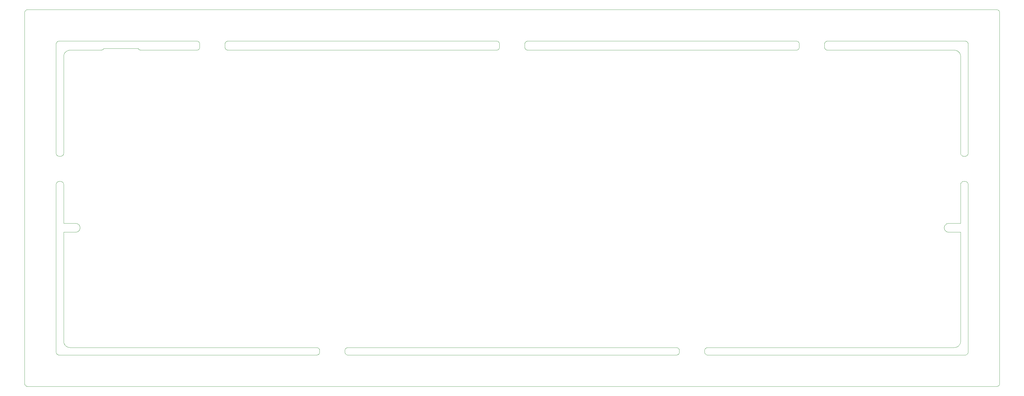
<source format=gbr>
%TF.GenerationSoftware,KiCad,Pcbnew,8.0.3*%
%TF.CreationDate,2024-07-06T09:07:14+02:00*%
%TF.ProjectId,0x42_panel,30783432-5f70-4616-9e65-6c2e6b696361,2.1*%
%TF.SameCoordinates,Original*%
%TF.FileFunction,Profile,NP*%
%FSLAX46Y46*%
G04 Gerber Fmt 4.6, Leading zero omitted, Abs format (unit mm)*
G04 Created by KiCad (PCBNEW 8.0.3) date 2024-07-06 09:07:14*
%MOMM*%
%LPD*%
G01*
G04 APERTURE LIST*
%TA.AperFunction,Profile*%
%ADD10C,0.100000*%
%TD*%
G04 APERTURE END LIST*
D10*
X10029968Y-45892980D02*
X10019214Y-45845091D01*
X299573010Y-10365606D02*
X299603207Y-10404300D01*
X297388138Y-105714903D02*
X297390700Y-105689704D01*
X150841544Y-12236890D02*
X150823879Y-12282684D01*
X150803989Y-12327555D02*
X150781921Y-12371397D01*
X254813109Y-10058455D02*
X254859714Y-10043059D01*
X299182684Y-46573879D02*
X299136890Y-46591544D01*
X10804908Y-46630785D02*
X10757019Y-46620031D01*
X208050000Y-108499999D02*
X208050000Y-108900000D01*
X292399042Y-68681288D02*
X292425842Y-68638291D01*
X299471559Y-10259048D02*
X299507107Y-10292892D01*
X14210295Y-12909299D02*
X14185096Y-12911861D01*
X13352989Y-13196284D02*
X13331494Y-13209682D01*
X11782684Y-46573879D02*
X11736890Y-46591544D01*
X245577555Y-10096010D02*
X245621397Y-10118078D01*
X207340285Y-107543059D02*
X207386890Y-107558455D01*
X375464Y-219678D02*
X365797Y-227222D01*
X12438704Y-14509872D02*
X12425298Y-14584674D01*
X55321559Y-10259048D02*
X55357107Y-10292892D01*
X92848018Y-107504815D02*
X92896731Y-107510823D01*
X13599776Y-13067373D02*
X13530722Y-13099101D01*
X254767315Y-10076120D02*
X254813109Y-10058455D01*
X297401204Y-55600931D02*
X297404815Y-55551981D01*
X293483632Y-70794741D02*
X293433226Y-70789615D01*
X17025077Y-70530543D02*
X17008896Y-70542176D01*
X297804300Y-46453207D02*
X297765606Y-46423010D01*
X299573010Y-109534393D02*
X299540951Y-109571559D01*
X299434393Y-54876989D02*
X299471559Y-54909048D01*
X17433893Y-70060596D02*
X17424362Y-70078098D01*
X11955570Y-54818530D02*
X11995699Y-54846792D01*
X12281921Y-55178602D02*
X12303989Y-55222444D01*
X216192271Y-109414103D02*
X216168078Y-109371397D01*
X299042980Y-46620031D02*
X298995091Y-46630785D01*
X309794884Y-902012D02*
X309793383Y-889843D01*
X10001204Y-108949068D02*
X10000000Y-108900000D01*
X17597328Y-69479714D02*
X17593602Y-69529436D01*
X12303989Y-55222444D02*
X12323879Y-55267315D01*
X246106940Y-12190285D02*
X246091544Y-12236890D01*
X12529194Y-106206375D02*
X12557384Y-106276947D01*
X14286069Y-12903528D02*
X14210295Y-12909299D01*
X297399839Y-105506331D02*
X297399999Y-105493666D01*
X299770031Y-109142980D02*
X299756940Y-109190285D01*
X309281923Y-124388D02*
X309271254Y-118344D01*
X296082623Y-107379601D02*
X296106375Y-107370804D01*
X309580321Y-375464D02*
X309572777Y-365797D01*
X12341544Y-45986890D02*
X12323879Y-46032684D01*
X216454300Y-109703207D02*
X216415606Y-109673010D01*
X92945091Y-107519214D02*
X92992980Y-107529968D01*
X102651981Y-109895184D02*
X102603268Y-109889176D01*
X207292980Y-107529968D02*
X207340285Y-107543059D01*
X208006940Y-108209714D02*
X208020031Y-108257019D01*
X309800000Y-118887727D02*
X309800000Y-1012272D01*
X16636297Y-70729859D02*
X16588650Y-70744556D01*
X297410823Y-55503268D02*
X297419214Y-55454908D01*
X93720031Y-108257019D02*
X93730785Y-108304908D01*
X309718632Y-119293777D02*
X309723601Y-119282568D01*
X298898018Y-54654815D02*
X298946731Y-54660823D01*
X298017315Y-54726120D02*
X298063109Y-54708455D01*
X698160Y-119852805D02*
X709802Y-119856652D01*
X721619Y-119859922D02*
X793005Y-119877803D01*
X216667315Y-107576120D02*
X216713109Y-107558455D01*
X25077742Y-12437148D02*
X25049726Y-12478729D01*
X216108455Y-109236890D02*
X216093059Y-109190285D01*
X55591544Y-12236890D02*
X55573879Y-12282684D01*
X296531958Y-13251501D02*
X296468505Y-13209682D01*
X93040285Y-107543059D02*
X93086890Y-107558455D01*
X159472444Y-10096010D02*
X159517315Y-10076120D01*
X297419214Y-45845091D02*
X297410823Y-45796731D01*
X12765970Y-106652747D02*
X12810950Y-106714001D01*
X81367Y-119293777D02*
X112831Y-119360302D01*
X299182684Y-54726120D02*
X299227555Y-54746010D01*
X24987621Y-12557422D02*
X24953689Y-12594335D01*
X11400000Y-54650000D02*
X11449068Y-54651204D01*
X292508927Y-70276587D02*
X292477915Y-70236522D01*
X299090285Y-54693059D02*
X299136890Y-54708455D01*
X208039176Y-108353268D02*
X208045184Y-108401981D01*
X309759922Y-721619D02*
X309756652Y-709802D01*
X17553827Y-69044990D02*
X17558745Y-69064303D01*
X208030785Y-109095091D02*
X208020031Y-109142980D01*
X298063109Y-46591544D02*
X298017315Y-46573879D01*
X10617315Y-109823879D02*
X10572444Y-109803989D01*
X309681655Y-528745D02*
X309675611Y-518076D01*
X254594429Y-12731469D02*
X254554300Y-12703207D01*
X63942892Y-12607107D02*
X63909048Y-12571559D01*
X254268078Y-10528602D02*
X254292271Y-10485896D01*
X216069214Y-109095091D02*
X216060823Y-109046731D01*
X63693059Y-12190285D02*
X63679968Y-12142980D01*
X158919214Y-10804908D02*
X158929968Y-10757019D01*
X12599101Y-14030722D02*
X12567373Y-14099776D01*
X13623052Y-107342615D02*
X13693624Y-107370805D01*
X216807019Y-107529968D02*
X216854908Y-107519214D01*
X298946731Y-46639176D02*
X298898018Y-46645184D01*
X14109711Y-12921462D02*
X14084674Y-12925298D01*
X17465287Y-68801729D02*
X17485795Y-68847178D01*
X308787727Y0D02*
X1012272Y0D01*
X16244853Y-68001118D02*
X16294652Y-68003603D01*
X159850931Y-12898795D02*
X159801981Y-12895184D01*
X12520398Y-14217376D02*
X12495818Y-14289286D01*
X299603207Y-109495699D02*
X299573010Y-109534393D01*
X10043059Y-10709714D02*
X10058455Y-10663109D01*
X793005Y-119877803D02*
X804968Y-119880489D01*
X12402246Y-105588634D02*
X12403528Y-105613930D01*
X207973879Y-109282684D02*
X207953989Y-109327555D01*
X297356196Y-14485062D02*
X297339017Y-14411035D01*
X64267315Y-10076120D02*
X64313109Y-10058455D01*
X17511752Y-69888042D02*
X17493536Y-69934457D01*
X10853268Y-109889176D02*
X10804908Y-109880785D01*
X208045184Y-108998018D02*
X208039176Y-109046731D01*
X309752805Y-698160D02*
X309728014Y-628871D01*
X297399999Y-14906333D02*
X297399839Y-14893668D01*
X292960987Y-70645193D02*
X292943038Y-70635817D01*
X299434393Y-46423010D02*
X299395699Y-46453207D01*
X245345091Y-10019214D02*
X245392980Y-10029968D01*
X158976120Y-12282684D02*
X158958455Y-12236890D01*
X10404300Y-109703207D02*
X10365606Y-109673010D01*
X16908411Y-68192923D02*
X16950958Y-68218923D01*
X308995031Y-119880489D02*
X309006994Y-119877803D01*
X10196792Y-55054300D02*
X10226989Y-55015606D01*
X10043059Y-45940285D02*
X10029968Y-45892980D01*
X987742Y-602D02*
X914240Y-4213D01*
X299789176Y-109046731D02*
X299780785Y-109095091D01*
X207386890Y-107558455D02*
X207432684Y-107576120D01*
X207757107Y-109607107D02*
X207721559Y-109640951D01*
X36103164Y-12405532D02*
X36099833Y-12400296D01*
X299657728Y-55135896D02*
X299681921Y-55178602D01*
X150534393Y-12673010D02*
X150495699Y-12703207D01*
X292477915Y-68563477D02*
X292508927Y-68523412D01*
X10528602Y-46531921D02*
X10485896Y-46507728D01*
X299631469Y-109455570D02*
X299603207Y-109495699D01*
X292304058Y-68871434D02*
X292324039Y-68824875D01*
X295513930Y-107496471D02*
X295589704Y-107490700D01*
X64313109Y-12841544D02*
X64267315Y-12823879D01*
X216050000Y-108499999D02*
X216051204Y-108450931D01*
X102554908Y-109880785D02*
X102507019Y-109870031D01*
X102700931Y-109898795D02*
X102651981Y-109895184D01*
X149949068Y-10001204D02*
X149998018Y-10004815D01*
X245199068Y-12898795D02*
X245150000Y-12899999D01*
X297844429Y-46481469D02*
X297804300Y-46453207D01*
X299507107Y-54942892D02*
X299540951Y-54978440D01*
X17582447Y-69618447D02*
X17573789Y-69667551D01*
X150703207Y-12495699D02*
X150673010Y-12534393D01*
X12281921Y-46121397D02*
X12257728Y-46164103D01*
X292234386Y-69093497D02*
X292238963Y-69073771D01*
X297142266Y-13918478D02*
X297103715Y-13852989D01*
X12438705Y-105890127D02*
X12443803Y-105914937D01*
X150757728Y-12414103D02*
X150731469Y-12455570D01*
X292554726Y-68469275D02*
X292568301Y-68454249D01*
X292388770Y-68698739D02*
X292399042Y-68681288D01*
X295986546Y-12988236D02*
X295913484Y-12967330D01*
X297048498Y-106631958D02*
X297090317Y-106568505D01*
X17456640Y-68783773D02*
X17465287Y-68801729D01*
X10004815Y-55551981D02*
X10010823Y-55503268D01*
X292205258Y-69283632D02*
X292210384Y-69233226D01*
X245248018Y-12895184D02*
X245199068Y-12898795D01*
X293293497Y-68034386D02*
X293343125Y-68024187D01*
X159801981Y-12895184D02*
X159753268Y-12889176D01*
X245890951Y-10328440D02*
X245923010Y-10365606D01*
X293006474Y-68132493D02*
X293024875Y-68124039D01*
X14185096Y-12911861D02*
X14109711Y-12921462D01*
X297154558Y-13940624D02*
X297142266Y-13918478D01*
X12810950Y-13685998D02*
X12765970Y-13747252D01*
X54845091Y-10019214D02*
X54892980Y-10029968D01*
X101754815Y-108998018D02*
X101751204Y-108949068D01*
X292200641Y-69425332D02*
X292200641Y-69374667D01*
X10096010Y-109327555D02*
X10076120Y-109282684D01*
X309101839Y-47194D02*
X309090197Y-43347D01*
X255100931Y-10001204D02*
X255149999Y-10000000D01*
X309434202Y-227222D02*
X309424535Y-219678D01*
X150898795Y-10950931D02*
X150900000Y-10999999D01*
X299631469Y-46205570D02*
X299603207Y-46245699D01*
X293413138Y-68012942D02*
X293433226Y-68010384D01*
X295690288Y-107478537D02*
X295715325Y-107474701D01*
X10528602Y-10118078D02*
X10572444Y-10096010D01*
X12140951Y-46321559D02*
X12107107Y-46357107D01*
X10058455Y-10663109D02*
X10076120Y-10617315D01*
X12400295Y-67999705D02*
X12412272Y-67999999D01*
X298995091Y-109880785D02*
X298946731Y-109889176D01*
X309078380Y-119859922D02*
X309090197Y-119856652D01*
X297387727Y-67999999D02*
X297399704Y-67999705D01*
X93490951Y-107828440D02*
X93523010Y-107865606D01*
X12402246Y-14811365D02*
X12400160Y-14893668D01*
X246031921Y-10528602D02*
X246053989Y-10572444D01*
X12389176Y-55503268D02*
X12395184Y-55551981D01*
X246148795Y-11949068D02*
X246145184Y-11998018D01*
X54940285Y-12856940D02*
X54892980Y-12870031D01*
X159068530Y-10444429D02*
X159096792Y-10404300D01*
X309101839Y-119852805D02*
X309171128Y-119828014D01*
X309193777Y-119818632D02*
X309260302Y-119787168D01*
X17309622Y-70253006D02*
X17278533Y-70291989D01*
X17424362Y-70078098D02*
X17399431Y-70121279D01*
X92896731Y-109889176D02*
X92848018Y-109895184D01*
X17025077Y-68269456D02*
X17064823Y-68299563D01*
X13247252Y-13265970D02*
X13185998Y-13310950D01*
X36621829Y-12839017D02*
X36575191Y-12820599D01*
X216060823Y-109046731D02*
X216054815Y-108998018D01*
X914240Y-4213D02*
X902012Y-5115D01*
X293006474Y-70667506D02*
X292960987Y-70645193D01*
X254442892Y-10292892D02*
X254478440Y-10259048D01*
X124388Y-119381923D02*
X162221Y-119445043D01*
X63669214Y-10804908D02*
X63679968Y-10757019D01*
X12460981Y-14411035D02*
X12443803Y-14485062D01*
X295589704Y-12909299D02*
X295513930Y-12903528D01*
X159018078Y-12371397D02*
X158996010Y-12327555D01*
X444597Y-119731219D02*
X454956Y-119737778D01*
X12356940Y-45940285D02*
X12341544Y-45986890D01*
X216079968Y-109142980D02*
X216069214Y-109095091D01*
X16784705Y-68128386D02*
X16829629Y-68150020D01*
X297885896Y-46507728D02*
X297844429Y-46481469D01*
X309260302Y-112831D02*
X309193777Y-81367D01*
X309723601Y-617431D02*
X309718632Y-606222D01*
X17413Y-119082950D02*
X19510Y-119095031D01*
X299182684Y-109823879D02*
X299136890Y-109841544D01*
X12709682Y-13831494D02*
X12696284Y-13852989D01*
X93177555Y-109803989D02*
X93132684Y-109823879D01*
X10168530Y-10444429D02*
X10196792Y-10404300D01*
X434572Y-175841D02*
X375464Y-219678D01*
X254515606Y-12673010D02*
X254478440Y-12640951D01*
X292234386Y-69706502D02*
X292224187Y-69656874D01*
X292278950Y-69862248D02*
X292272401Y-69843087D01*
X292960987Y-68154806D02*
X293006474Y-68132493D01*
X245150000Y-12899999D02*
X159899999Y-12899999D01*
X308897987Y-119894884D02*
X308910156Y-119893383D01*
X63942892Y-10292892D02*
X63978440Y-10259048D01*
X14210295Y-107490700D02*
X14286069Y-107496471D01*
X309793383Y-119010156D02*
X309794884Y-118997987D01*
X43347Y-709802D02*
X40077Y-721619D01*
X216054815Y-108998018D02*
X216051204Y-108949068D01*
X254193059Y-12190285D02*
X254179968Y-12142980D01*
X296106375Y-107370804D02*
X296176947Y-107342614D01*
X13165969Y-13326453D02*
X13107072Y-13374477D01*
X309795786Y-118985759D02*
X309799397Y-118912257D01*
X13013107Y-13459372D02*
X12959372Y-13513107D01*
X12403528Y-105613930D02*
X12409299Y-105689704D01*
X216054815Y-108401981D02*
X216060823Y-108353268D01*
X293343125Y-68024187D02*
X293363057Y-68020614D01*
X159657019Y-10029968D02*
X159704908Y-10019214D01*
X12826453Y-13665969D02*
X12810950Y-13685998D01*
X13789286Y-12995818D02*
X13717376Y-13020398D01*
X299723879Y-55267315D02*
X299741544Y-55313109D01*
X55553989Y-12327555D02*
X55531921Y-12371397D01*
X12696284Y-13852989D02*
X12657733Y-13918478D01*
X10709714Y-109856940D02*
X10663109Y-109841544D01*
X528745Y-118344D02*
X518076Y-124388D01*
X16521147Y-70762257D02*
X16501717Y-70766692D01*
X102603268Y-109889176D02*
X102554908Y-109880785D01*
X54699068Y-12898795D02*
X54650000Y-12899999D01*
X254292271Y-10485896D02*
X254318530Y-10444429D01*
X150414103Y-10142271D02*
X150455570Y-10168530D01*
X254346792Y-10404300D02*
X254376989Y-10365606D01*
X299090285Y-46606940D02*
X299042980Y-46620031D01*
X207991544Y-109236890D02*
X207973879Y-109282684D01*
X55245699Y-12703207D02*
X55205570Y-12731469D01*
X150900000Y-10999999D02*
X150900000Y-11900000D01*
X150046731Y-10010823D02*
X150095091Y-10019214D01*
X293071434Y-68104058D02*
X293090239Y-68096547D01*
X150823879Y-12282684D02*
X150803989Y-12327555D01*
X14311365Y-107497753D02*
X14393668Y-107499839D01*
X299271397Y-10118078D02*
X299314103Y-10142271D01*
X10259048Y-109571559D02*
X10226989Y-109534393D01*
X55077555Y-10096010D02*
X55121397Y-10118078D01*
X17569840Y-69687085D02*
X17558745Y-69735696D01*
X254907019Y-10029968D02*
X254954908Y-10019214D01*
X12400000Y-67987727D02*
X12400294Y-67999704D01*
X254376989Y-10365606D02*
X254409048Y-10328440D01*
X292568301Y-70345750D02*
X292554726Y-70330724D01*
X292364182Y-70056961D02*
X292354806Y-70039012D01*
X10709714Y-54693059D02*
X10757019Y-54679968D01*
X55573879Y-12282684D02*
X55553989Y-12327555D01*
X17558745Y-69064303D02*
X17569840Y-69112914D01*
X63909048Y-10328440D02*
X63942892Y-10292892D01*
X54796731Y-10010823D02*
X54845091Y-10019214D01*
X254150000Y-11900000D02*
X254150000Y-10999999D01*
X299042980Y-54679968D02*
X299090285Y-54693059D01*
X245577555Y-12803989D02*
X245532684Y-12823879D01*
X292332493Y-69993525D02*
X292324039Y-69975124D01*
X292723412Y-68308927D02*
X292763477Y-68277915D01*
X10709714Y-10043059D02*
X10757019Y-10029968D01*
X12370031Y-45892980D02*
X12356940Y-45940285D01*
X17064823Y-68299563D02*
X17080405Y-68311988D01*
X10118078Y-10528602D02*
X10142271Y-10485896D01*
X308787727Y-119899999D02*
X308812257Y-119899397D01*
X54796731Y-12889176D02*
X54748018Y-12895184D01*
X12645441Y-13940624D02*
X12610256Y-14007982D01*
X10950931Y-10001204D02*
X10999999Y-10000000D01*
X216126120Y-108117315D02*
X216146010Y-108072444D01*
X299227555Y-46553989D02*
X299182684Y-46573879D01*
X254954908Y-12880785D02*
X254907019Y-12870031D01*
X255100931Y-12898795D02*
X255051981Y-12895184D01*
X309281923Y-119775611D02*
X309345043Y-119737778D01*
X24953689Y-12594335D02*
X24917950Y-12629502D01*
X10404300Y-54846792D02*
X10444429Y-54818530D01*
X12303989Y-46077555D02*
X12281921Y-46121397D01*
X150673010Y-12534393D02*
X150640951Y-12571559D01*
X254515606Y-10226989D02*
X254554300Y-10196792D01*
X207790951Y-107828440D02*
X207823010Y-107865606D01*
X63768078Y-10528602D02*
X63792271Y-10485896D01*
X17593602Y-69529436D02*
X17591617Y-69549266D01*
X150455570Y-12731469D02*
X150414103Y-12757728D01*
X25096408Y-12406203D02*
X25077742Y-12437148D01*
X10259048Y-46321559D02*
X10226989Y-46284393D01*
X24758776Y-12750996D02*
X24715429Y-12776196D01*
X16187532Y-68000000D02*
X16212463Y-68000310D01*
X63746010Y-10572444D02*
X63768078Y-10528602D01*
X292296547Y-69909760D02*
X292278950Y-69862248D01*
X296768533Y-13441921D02*
X296712145Y-13390976D01*
X309515348Y-301986D02*
X309506893Y-293106D01*
X150571559Y-10259048D02*
X150607107Y-10292892D01*
X150142980Y-12870031D02*
X150095091Y-12880785D01*
X292425842Y-68638291D02*
X292436986Y-68621383D01*
X93631921Y-108028602D02*
X93653989Y-108072444D01*
X602Y-118912257D02*
X4213Y-118985759D01*
X102367315Y-109823879D02*
X102322444Y-109803989D01*
X299603207Y-46245699D02*
X299573010Y-46284393D01*
X309756652Y-709802D02*
X309752805Y-698160D01*
X309564768Y-356513D02*
X309515348Y-301986D01*
X292220614Y-69163057D02*
X292224187Y-69143125D01*
X93750000Y-108499999D02*
X93750000Y-108900000D01*
X254678602Y-12781921D02*
X254635896Y-12757728D01*
X297458455Y-55313109D02*
X297476120Y-55267315D01*
X292617527Y-70396791D02*
X292603208Y-70382472D01*
X14286069Y-107496471D02*
X14311365Y-107497753D01*
X293363057Y-68020614D02*
X293413138Y-68012942D01*
X292654249Y-68368301D02*
X292669275Y-68354726D01*
X10058455Y-45986890D02*
X10043059Y-45940285D01*
X158929968Y-12142980D02*
X158919214Y-12095091D01*
X43347Y-119190197D02*
X47194Y-119201839D01*
X293106Y-293106D02*
X284651Y-301986D01*
X10617315Y-10076120D02*
X10663109Y-10058455D01*
X295986546Y-107411763D02*
X296010713Y-107404181D01*
X10901981Y-109895184D02*
X10853268Y-109889176D01*
X158929968Y-10757019D02*
X158943059Y-10709714D01*
X93221397Y-109781921D02*
X93177555Y-109803989D01*
X309006994Y-22196D02*
X308995031Y-19510D01*
X297400000Y-105493666D02*
X297400000Y-70812272D01*
X10142271Y-109414103D02*
X10118078Y-109371397D01*
X13418478Y-107242266D02*
X13440624Y-107254558D01*
X299042980Y-10029968D02*
X299090285Y-10043059D01*
X293503823Y-68003721D02*
X293554423Y-68001154D01*
X13530722Y-107300898D02*
X13599776Y-107332626D01*
X293293497Y-70765613D02*
X293273771Y-70761036D01*
X216951981Y-107504815D02*
X217000931Y-107501204D01*
X454956Y-119737778D02*
X518076Y-119775611D01*
X296973545Y-106734030D02*
X296989049Y-106714000D01*
X112831Y-539697D02*
X81367Y-606222D01*
X64054300Y-10196792D02*
X64094429Y-10168530D01*
X158919214Y-12095091D02*
X158910823Y-12046731D01*
X297399839Y-14893668D02*
X297397753Y-14811365D01*
X10029968Y-55407019D02*
X10043059Y-55359714D01*
X297804300Y-54846792D02*
X297844429Y-54818530D01*
X12400000Y-55649999D02*
X12400000Y-67987727D01*
X299681921Y-10528602D02*
X299703989Y-10572444D01*
X25100166Y-12400296D02*
X25096408Y-12406203D01*
X93748795Y-108450931D02*
X93750000Y-108499999D01*
X76398Y-119282568D02*
X81367Y-119293777D01*
X309718632Y-606222D02*
X309687168Y-539697D01*
X24284866Y-12898080D02*
X24234742Y-12899340D01*
X63660823Y-12046731D02*
X63654815Y-11998018D01*
X297034028Y-106652747D02*
X297048498Y-106631958D01*
X298849068Y-46648795D02*
X298800000Y-46650000D01*
X296614000Y-107089049D02*
X296634030Y-107073545D01*
X124388Y-518076D02*
X118344Y-528745D01*
X227222Y-119534202D02*
X235231Y-119543486D01*
X13185998Y-13310950D02*
X13165969Y-13326453D01*
X375464Y-119680321D02*
X434572Y-119724158D01*
X13599776Y-107332626D02*
X13623052Y-107342615D01*
X11871397Y-46531921D02*
X11827555Y-46553989D01*
X292763477Y-70522084D02*
X292723412Y-70491072D01*
X254268078Y-12371397D02*
X254246010Y-12327555D01*
X254208455Y-12236890D02*
X254193059Y-12190285D01*
X13693624Y-107370805D02*
X13717376Y-107379601D01*
X309752805Y-119201839D02*
X309756652Y-119190197D01*
X296973545Y-13665969D02*
X296925521Y-13607073D01*
X12557384Y-14123052D02*
X12529194Y-14193624D01*
X55573879Y-10617315D02*
X55591544Y-10663109D01*
X295690288Y-12921462D02*
X295614903Y-12911861D01*
X36358983Y-12694918D02*
X36319899Y-12663506D01*
X16766540Y-68120190D02*
X16784705Y-68128386D01*
X10328440Y-109640951D02*
X10292892Y-109607107D01*
X254160823Y-12046731D02*
X254154815Y-11998018D01*
X10663109Y-54708455D02*
X10709714Y-54693059D01*
X296925521Y-106792926D02*
X296973545Y-106734030D01*
X299355570Y-109731469D02*
X299314103Y-109757728D01*
X4213Y-118985759D02*
X5115Y-118997987D01*
X309515348Y-119598013D02*
X309564768Y-119543486D01*
X254179968Y-12142980D02*
X254169214Y-12095091D01*
X296176947Y-107342614D02*
X296200223Y-107332626D01*
X36122634Y-12437809D02*
X36103164Y-12405532D01*
X150673010Y-10365606D02*
X150703207Y-10404300D01*
X296840627Y-106886891D02*
X296858078Y-106868533D01*
X606222Y-81367D02*
X539697Y-112831D01*
X54940285Y-10043059D02*
X54986890Y-10058455D01*
X55453207Y-12495699D02*
X55423010Y-12534393D01*
X309424535Y-119680321D02*
X309434202Y-119672777D01*
X297154558Y-106459375D02*
X297189743Y-106392017D01*
X12140951Y-54978440D02*
X12173010Y-55015606D01*
X159265606Y-12673010D02*
X159228440Y-12640951D01*
X10226989Y-109534393D02*
X10196792Y-109495699D01*
X298063109Y-54708455D02*
X298109714Y-54693059D01*
X309572777Y-119534202D02*
X309580321Y-119524535D01*
X64094429Y-10168530D02*
X64135896Y-10142271D01*
X36865571Y-12894974D02*
X36815822Y-12888704D01*
X208020031Y-108257019D02*
X208030785Y-108304908D01*
X112831Y-119360302D02*
X118344Y-119371254D01*
X10444429Y-109731469D02*
X10404300Y-109703207D01*
X17389040Y-70138285D02*
X17361987Y-70180169D01*
X539697Y-119787168D02*
X606222Y-119818632D01*
X17593602Y-69270563D02*
X17597328Y-69320285D01*
X102115606Y-109673010D02*
X102078440Y-109640951D01*
X298995091Y-54669214D02*
X299042980Y-54679968D01*
X246145184Y-11998018D02*
X246139176Y-12046731D01*
X216903268Y-107510823D02*
X216951981Y-107504815D01*
X63846792Y-12495699D02*
X63818530Y-12455570D01*
X13507982Y-13110256D02*
X13440624Y-13145441D01*
X12400000Y-45650000D02*
X12398795Y-45699068D01*
X63651204Y-10950931D02*
X63654815Y-10901981D01*
X93132684Y-107576120D02*
X93177555Y-107596010D01*
X17133543Y-70442774D02*
X17118601Y-70455960D01*
X298995091Y-46630785D02*
X298946731Y-46639176D01*
X246130785Y-10804908D02*
X246139176Y-10853268D01*
X92992980Y-109870031D02*
X92945091Y-109880785D01*
X64094429Y-12731469D02*
X64054300Y-12703207D01*
X159265606Y-10226989D02*
X159304300Y-10196792D01*
X55650000Y-10999999D02*
X55650000Y-11900000D01*
X16294652Y-68003603D02*
X16314526Y-68005093D01*
X159228440Y-10259048D02*
X159265606Y-10226989D01*
X292304058Y-69928565D02*
X292296547Y-69909760D01*
X299507107Y-109607107D02*
X299471559Y-109640951D01*
X63660823Y-10853268D02*
X63669214Y-10804908D01*
X299136890Y-46591544D02*
X299090285Y-46606940D01*
X36575191Y-12820599D02*
X36529535Y-12799867D01*
X12034393Y-54876989D02*
X12071559Y-54909048D01*
X54892980Y-12870031D02*
X54845091Y-12880785D01*
X207099068Y-109898795D02*
X207050000Y-109900000D01*
X63650000Y-10999999D02*
X63651204Y-10950931D01*
X309355402Y-119731219D02*
X309365427Y-119724158D01*
X12323879Y-55267315D02*
X12341544Y-55313109D01*
X207953989Y-109327555D02*
X207931921Y-109371397D01*
X296531958Y-107148498D02*
X296552747Y-107134028D01*
X299756940Y-10709714D02*
X299770031Y-10757019D01*
X55606940Y-12190285D02*
X55591544Y-12236890D01*
X150327555Y-10096010D02*
X150371397Y-10118078D01*
X93730785Y-109095091D02*
X93720031Y-109142980D01*
X24841412Y-12694243D02*
X24800805Y-12723656D01*
X64600931Y-12898795D02*
X64551981Y-12895184D01*
X295614903Y-12911861D02*
X295589704Y-12909299D01*
X292224187Y-69143125D02*
X292234386Y-69093497D01*
X297399999Y-70812272D02*
X297399705Y-70800295D01*
X297361294Y-14509872D02*
X297356196Y-14485062D01*
X64178602Y-12781921D02*
X64135896Y-12757728D01*
X14185096Y-107488138D02*
X14210295Y-107490700D01*
X10365606Y-10226989D02*
X10404300Y-10196792D01*
X296447010Y-13196284D02*
X296381521Y-13157733D01*
X308995031Y-19510D02*
X308982950Y-17413D01*
X254193059Y-10709714D02*
X254208455Y-10663109D01*
X299540951Y-46321559D02*
X299507107Y-46357107D01*
X63768078Y-12371397D02*
X63746010Y-12327555D01*
X309345043Y-119737778D02*
X309355402Y-119731219D01*
X13165969Y-107073546D02*
X13185998Y-107089049D01*
X299800000Y-45650000D02*
X299798795Y-45699068D01*
X297200898Y-106369276D02*
X297232626Y-106300223D01*
X299800000Y-55649999D02*
X299800000Y-108900000D01*
X299090285Y-109856940D02*
X299042980Y-109870031D01*
X298204908Y-46630785D02*
X298157019Y-46620031D01*
X245784393Y-12673010D02*
X245745699Y-12703207D01*
X254678602Y-10118078D02*
X254722444Y-10096010D01*
X298399999Y-54650000D02*
X298800000Y-54650000D01*
X245705570Y-10168530D02*
X245745699Y-10196792D01*
X12467330Y-106013484D02*
X12488236Y-106086546D01*
X295913484Y-107432669D02*
X295986546Y-107411763D01*
X55077555Y-12803989D02*
X55032684Y-12823879D01*
X299271397Y-54768078D02*
X299314103Y-54792271D01*
X63679968Y-10757019D02*
X63693059Y-10709714D01*
X92799068Y-107501204D02*
X92848018Y-107504815D01*
X216246792Y-107904300D02*
X216276989Y-107865606D01*
X11449068Y-46648795D02*
X11400000Y-46650000D01*
X299314103Y-54792271D02*
X299355570Y-54818530D01*
X36815822Y-12888704D02*
X36766450Y-12879948D01*
X297270804Y-14193624D02*
X297242614Y-14123052D01*
X309795786Y-914240D02*
X309794884Y-902012D01*
X292707718Y-68321724D02*
X292723412Y-68308927D01*
X71986Y-119271128D02*
X76398Y-119282568D01*
X309777803Y-119106994D02*
X309780489Y-119095031D01*
X10259048Y-54978440D02*
X10292892Y-54942892D01*
X93177555Y-107596010D02*
X93221397Y-107618078D01*
X149998018Y-10004815D02*
X150046731Y-10010823D01*
X296692926Y-107025521D02*
X296712145Y-107009023D01*
X55630785Y-12095091D02*
X55620031Y-12142980D01*
X254859714Y-10043059D02*
X254907019Y-10029968D01*
X216415606Y-109673010D02*
X216378440Y-109640951D01*
X92750000Y-109900000D02*
X10999999Y-109900000D01*
X158904815Y-11998018D02*
X158901204Y-11949068D01*
X309171128Y-119828013D02*
X309182568Y-119823601D01*
X299471559Y-54909048D02*
X299507107Y-54942892D01*
X297142266Y-106481521D02*
X297154558Y-106459375D01*
X299540951Y-109571559D02*
X299507107Y-109607107D01*
X102459714Y-107543059D02*
X102507019Y-107529968D01*
X13717376Y-13020398D02*
X13693624Y-13029194D01*
X101868078Y-108028602D02*
X101892271Y-107985896D01*
X159517315Y-10076120D02*
X159563109Y-10058455D01*
X246130785Y-12095091D02*
X246120031Y-12142980D01*
X13813453Y-107411763D02*
X13886515Y-107432669D01*
X216168078Y-108028602D02*
X216192271Y-107985896D01*
X10663109Y-46591544D02*
X10617315Y-46573879D01*
X293554423Y-68001154D02*
X293587335Y-68000320D01*
X13623052Y-13057384D02*
X13599776Y-13067373D01*
X295790127Y-107461294D02*
X295814937Y-107456196D01*
X150495699Y-12703207D02*
X150455570Y-12731469D01*
X10168530Y-46205570D02*
X10142271Y-46164103D01*
X301986Y-119615348D02*
X356513Y-119664768D01*
X297361294Y-105890127D02*
X297374701Y-105815325D01*
X102459714Y-109856940D02*
X102413109Y-109841544D01*
X11871397Y-54768078D02*
X11914103Y-54792271D01*
X93553207Y-107904300D02*
X93581469Y-107944429D01*
X102278602Y-109781921D02*
X102235896Y-109757728D01*
X16891152Y-68182959D02*
X16908411Y-68192923D01*
X63650000Y-11900000D02*
X63650000Y-10999999D01*
X10328440Y-46390951D02*
X10292892Y-46357107D01*
X254859714Y-12856940D02*
X254813109Y-12841544D01*
X292425842Y-70161708D02*
X292399042Y-70118711D01*
X16521147Y-68037742D02*
X16569466Y-68050046D01*
X10365606Y-54876989D02*
X10404300Y-54846792D01*
X10617315Y-46573879D02*
X10572444Y-46553989D01*
X13717376Y-107379601D02*
X13789286Y-107404181D01*
X150856940Y-10709714D02*
X150870031Y-10757019D01*
X308812257Y-602D02*
X308787727Y0D01*
X293433226Y-68010384D02*
X293483632Y-68005258D01*
X16655188Y-70723512D02*
X16636297Y-70729859D01*
X10999999Y-109900000D02*
X10950931Y-109898795D01*
X216807019Y-109870031D02*
X216759714Y-109856940D01*
X292521724Y-68507718D02*
X292554726Y-68469275D01*
X254246010Y-10572444D02*
X254268078Y-10528602D01*
X11827555Y-54746010D02*
X11871397Y-54768078D01*
X10004815Y-10901981D02*
X10010823Y-10853268D01*
X296858078Y-13531466D02*
X296840627Y-13513108D01*
X299471559Y-46390951D02*
X299434393Y-46423010D01*
X308910156Y-6616D02*
X308897987Y-5115D01*
X309564768Y-119543486D02*
X309572777Y-119534202D01*
X12395184Y-55551981D02*
X12398795Y-55600931D01*
X216854908Y-107519214D02*
X216903268Y-107510823D01*
X12567373Y-14099776D02*
X12557384Y-14123052D01*
X10118078Y-109371397D02*
X10096010Y-109327555D01*
X216622444Y-107596010D02*
X216667315Y-107576120D01*
X292203721Y-69303823D02*
X292205258Y-69283632D01*
X245745699Y-12703207D02*
X245705570Y-12731469D01*
X12356940Y-55359714D02*
X12370031Y-55407019D01*
X11595091Y-46630785D02*
X11546731Y-46639176D01*
X13185998Y-107089049D02*
X13247252Y-107134029D01*
X10043059Y-109190285D02*
X10029968Y-109142980D01*
X16847363Y-70640887D02*
X16829629Y-70649979D01*
X292238963Y-69073771D02*
X292251663Y-69024723D01*
X296634030Y-13326454D02*
X296614000Y-13310950D01*
X17399431Y-70121279D02*
X17389040Y-70138285D01*
X101754815Y-108401981D02*
X101760823Y-108353268D01*
X207245091Y-107519214D02*
X207292980Y-107529968D01*
X102078440Y-109640951D02*
X102042892Y-109607107D01*
X17008896Y-70542176D02*
X16967699Y-70570264D01*
X297626989Y-55015606D02*
X297659048Y-54978440D01*
X254594429Y-10168530D02*
X254635896Y-10142271D01*
X10010823Y-45796731D02*
X10004815Y-45748018D01*
X64407019Y-10029968D02*
X64454908Y-10019214D01*
X102042892Y-109607107D02*
X102009048Y-109571559D01*
X0Y-1012272D02*
X0Y-118887727D01*
X150895184Y-10901981D02*
X150898795Y-10950931D01*
X158900000Y-11900000D02*
X158900000Y-10999999D01*
X255149999Y-12899999D02*
X255100931Y-12898795D01*
X101868078Y-109371397D02*
X101846010Y-109327555D01*
X92945091Y-109880785D02*
X92896731Y-109889176D01*
X16588650Y-70744556D02*
X16569466Y-70749953D01*
X158996010Y-10572444D02*
X159018078Y-10528602D01*
X150870031Y-10757019D02*
X150880785Y-10804908D01*
X207907728Y-109414103D02*
X207881469Y-109455570D01*
X245923010Y-10365606D02*
X245953207Y-10404300D01*
X10096010Y-46077555D02*
X10076120Y-46032684D01*
X295589704Y-107490700D02*
X295614903Y-107488138D01*
X296106375Y-13029195D02*
X296082623Y-13020398D01*
X11995699Y-54846792D02*
X12034393Y-54876989D01*
X208048795Y-108949068D02*
X208045184Y-108998018D01*
X292257233Y-69005254D02*
X292272401Y-68956912D01*
X207099068Y-107501204D02*
X207148018Y-107504815D01*
X12071559Y-46390951D02*
X12034393Y-46423010D01*
X254554300Y-10196792D02*
X254594429Y-10168530D01*
X219678Y-375464D02*
X175841Y-434572D01*
X298898018Y-46645184D02*
X298849068Y-46648795D01*
X297765606Y-46423010D02*
X297728440Y-46390951D01*
X10029968Y-10757019D02*
X10043059Y-10709714D01*
X293273771Y-68038963D02*
X293293497Y-68034386D01*
X10292892Y-109607107D02*
X10259048Y-109571559D01*
X24482845Y-12868057D02*
X24433977Y-12879278D01*
X207953989Y-108072444D02*
X207973879Y-108117315D01*
X299789176Y-10853268D02*
X299795184Y-10901981D01*
X245923010Y-12534393D02*
X245890951Y-12571559D01*
X12874477Y-13607072D02*
X12826453Y-13665969D01*
X10528602Y-54768078D02*
X10572444Y-54746010D01*
X292210384Y-69566773D02*
X292205258Y-69516367D01*
X216079968Y-108257019D02*
X216093059Y-108209714D01*
X292779799Y-70534070D02*
X292763477Y-70522084D01*
X245784393Y-10226989D02*
X245821559Y-10259048D01*
X301986Y-284651D02*
X293106Y-293106D01*
X216535896Y-109757728D02*
X216494429Y-109731469D01*
X10444429Y-10168530D02*
X10485896Y-10142271D01*
X63651204Y-11949068D02*
X63650000Y-11900000D01*
X297356196Y-105914937D02*
X297361294Y-105890127D01*
X55645184Y-11998018D02*
X55639176Y-12046731D01*
X299741544Y-10663109D02*
X299756940Y-10709714D01*
X93305570Y-109731469D02*
X93264103Y-109757728D01*
X292723412Y-70491072D02*
X292707718Y-70478275D01*
X207432684Y-109823879D02*
X207386890Y-109841544D01*
X16383914Y-70787464D02*
X16364139Y-70789942D01*
X295488634Y-107497753D02*
X295513930Y-107496471D01*
X55390951Y-10328440D02*
X55423010Y-10365606D01*
X17534449Y-68977949D02*
X17540323Y-68996992D01*
X297390700Y-14710295D02*
X297388138Y-14685096D01*
X299795184Y-10901981D02*
X299798795Y-10950931D01*
X246007728Y-12414103D02*
X245981469Y-12455570D01*
X47194Y-698160D02*
X43347Y-709802D01*
X297311763Y-14313453D02*
X297304181Y-14289286D01*
X36529535Y-12799867D02*
X36484976Y-12776872D01*
X628871Y-119828014D02*
X698160Y-119852805D01*
X16212463Y-68000310D02*
X16244853Y-68001118D01*
X11546731Y-54660823D02*
X11595091Y-54669214D01*
X293273771Y-70761036D02*
X293224723Y-70748336D01*
X11498018Y-54654815D02*
X11546731Y-54660823D01*
X295888964Y-107439017D02*
X295913484Y-107432669D01*
X17361987Y-70180169D02*
X17350761Y-70196636D01*
X159899999Y-10000000D02*
X245150000Y-10000000D01*
X102749999Y-107500000D02*
X207050000Y-107500000D01*
X207605570Y-109731469D02*
X207564103Y-109757728D01*
X216051204Y-108450931D02*
X216054815Y-108401981D01*
X245621397Y-12781921D02*
X245577555Y-12803989D01*
X246091544Y-10663109D02*
X246106940Y-10709714D01*
X296552747Y-13265971D02*
X296531958Y-13251501D01*
X150731469Y-10444429D02*
X150757728Y-10485896D01*
X297339017Y-14411035D02*
X297332669Y-14386515D01*
X12460981Y-105988964D02*
X12467330Y-106013484D01*
X93653989Y-108072444D02*
X93673879Y-108117315D01*
X17170094Y-68391140D02*
X17184360Y-68405055D01*
X12890976Y-13587854D02*
X12874477Y-13607072D01*
X149900000Y-12899999D02*
X64649999Y-12899999D01*
X309794884Y-118997987D02*
X309795786Y-118985759D01*
X17321655Y-70237120D02*
X17309622Y-70253006D01*
X175841Y-434572D02*
X168780Y-444597D01*
X17540323Y-68996992D02*
X17553827Y-69044990D01*
X606222Y-119818632D02*
X617431Y-119823601D01*
X309078380Y-40077D02*
X309006994Y-22196D01*
X297390700Y-105689704D02*
X297396471Y-105613930D01*
X150190285Y-10043059D02*
X150236890Y-10058455D01*
X10901981Y-54654815D02*
X10950931Y-54651204D01*
X298350931Y-46648795D02*
X298301981Y-46645184D01*
X11498018Y-46645184D02*
X11449068Y-46648795D01*
X309193777Y-81367D02*
X309182568Y-76398D01*
X292943038Y-68164182D02*
X292960987Y-68154806D01*
X292669275Y-70445273D02*
X292654249Y-70431698D01*
X207991544Y-108163109D02*
X208006940Y-108209714D01*
X10142271Y-55135896D02*
X10168530Y-55094429D01*
X16655188Y-68076487D02*
X16702042Y-68093541D01*
X254169214Y-12095091D02*
X254160823Y-12046731D01*
X298849068Y-10001204D02*
X298898018Y-10004815D01*
X308982950Y-119882586D02*
X308995031Y-119880489D01*
X55423010Y-10365606D02*
X55453207Y-10404300D01*
X150371397Y-10118078D02*
X150414103Y-10142271D01*
X299723879Y-10617315D02*
X299741544Y-10663109D01*
X207645699Y-107696792D02*
X207684393Y-107726989D01*
X93421559Y-107759048D02*
X93457107Y-107792892D01*
X298253268Y-46639176D02*
X298204908Y-46630785D01*
X292332493Y-68806474D02*
X292354806Y-68760987D01*
X14393668Y-107499839D02*
X14406333Y-107499999D01*
X292200641Y-69374667D02*
X292201154Y-69354423D01*
X297378537Y-105790288D02*
X297388138Y-105714903D01*
X292201154Y-69445576D02*
X292200641Y-69425332D01*
X10444429Y-46481469D02*
X10404300Y-46453207D01*
X297429968Y-45892980D02*
X297419214Y-45845091D01*
X71985Y-628871D02*
X47194Y-698160D01*
X292943038Y-70635817D02*
X292898739Y-70611229D01*
X309271254Y-118344D02*
X309260302Y-112831D01*
X36150652Y-12479393D02*
X36122634Y-12437809D01*
X16294652Y-70796396D02*
X16244853Y-70798881D01*
X299703989Y-55222444D02*
X299723879Y-55267315D01*
X255051981Y-10004815D02*
X255100931Y-10001204D01*
X64503268Y-12889176D02*
X64454908Y-12880785D01*
X299182684Y-10076120D02*
X299227555Y-10096010D01*
X16908411Y-70607076D02*
X16891152Y-70617040D01*
X298898018Y-109895184D02*
X298849068Y-109898795D01*
X55481469Y-12455570D02*
X55453207Y-12495699D01*
X296768533Y-106958078D02*
X296786891Y-106940627D01*
X12409299Y-105689704D02*
X12411861Y-105714903D01*
X24234742Y-12899340D02*
X14406317Y-12899999D01*
X295814937Y-12943803D02*
X295790127Y-12938705D01*
X102367315Y-107576120D02*
X102413109Y-107558455D01*
X102009048Y-109571559D02*
X101976989Y-109534393D01*
X150046731Y-12889176D02*
X149998018Y-12895184D01*
X17008896Y-68257823D02*
X17025077Y-68269456D01*
X12959372Y-106886892D02*
X13013107Y-106940627D01*
X55357107Y-10292892D02*
X55390951Y-10328440D01*
X293587335Y-68000320D02*
X293612668Y-68000000D01*
X293363057Y-70779385D02*
X293343125Y-70775812D01*
X309799999Y-1012272D02*
X309799397Y-987742D01*
X295393666Y-107499999D02*
X295406331Y-107499839D01*
X365797Y-119672777D02*
X375464Y-119680321D01*
X245440285Y-12856940D02*
X245392980Y-12870031D01*
X92896731Y-107510823D02*
X92945091Y-107519214D01*
X208045184Y-108401981D02*
X208048795Y-108450931D01*
X245532684Y-10076120D02*
X245577555Y-10096010D01*
X309631219Y-119455402D02*
X309637778Y-119445043D01*
X309723601Y-119282568D02*
X309728013Y-119271128D01*
X602Y-987742D02*
X0Y-1012272D01*
X297103715Y-106547010D02*
X297142266Y-106481521D01*
X10572444Y-46553989D02*
X10528602Y-46531921D01*
X299395699Y-54846792D02*
X299434393Y-54876989D01*
X254151204Y-10950931D02*
X254154815Y-10901981D01*
X246120031Y-10757019D02*
X246130785Y-10804908D01*
X55390951Y-12571559D02*
X55357107Y-12607107D01*
X216146010Y-108072444D02*
X216168078Y-108028602D01*
X254169214Y-10804908D02*
X254179968Y-10757019D01*
X12488236Y-106086546D02*
X12495818Y-106110713D01*
X299703989Y-109327555D02*
X299681921Y-109371397D01*
X255003268Y-12889176D02*
X254954908Y-12880785D01*
X11449068Y-54651204D02*
X11498018Y-54654815D01*
X308885759Y-119895786D02*
X308897987Y-119894884D01*
X299770031Y-55407019D02*
X299780785Y-55454908D01*
X17133543Y-68357225D02*
X17170094Y-68391140D01*
X10168530Y-109455570D02*
X10142271Y-109414103D01*
X216378440Y-109640951D02*
X216342892Y-109607107D01*
X297728440Y-46390951D02*
X297692892Y-46357107D01*
X255149999Y-10000000D02*
X298800000Y-10000000D01*
X297311763Y-106086546D02*
X297332669Y-106013484D01*
X64359714Y-12856940D02*
X64313109Y-12841544D01*
X296614000Y-13310950D02*
X296552747Y-13265971D01*
X299741544Y-45986890D02*
X299723879Y-46032684D01*
X24917950Y-12629502D02*
X24880492Y-12662832D01*
X297279601Y-14217376D02*
X297270804Y-14193624D01*
X292838291Y-68225842D02*
X292881288Y-68199042D01*
X16314526Y-70794906D02*
X16294652Y-70796396D01*
X292881288Y-70600957D02*
X292838291Y-70574157D01*
X13331493Y-13209682D02*
X13268041Y-13251501D01*
X297232626Y-14099776D02*
X297200898Y-14030723D01*
X295614903Y-107488138D02*
X295690288Y-107478537D01*
X10572444Y-54746010D02*
X10617315Y-54726120D01*
X102413109Y-109841544D02*
X102367315Y-109823879D01*
X162221Y-119445043D02*
X168780Y-119455402D01*
X159159048Y-12571559D02*
X159126989Y-12534393D01*
X10000000Y-45650000D02*
X10000000Y-10999999D01*
X299355570Y-54818530D02*
X299395699Y-54846792D01*
X293205254Y-68057233D02*
X293224723Y-68051663D01*
X11736890Y-46591544D02*
X11690285Y-46606940D01*
X299780785Y-45845091D02*
X299770031Y-45892980D01*
X299355570Y-46481469D02*
X299314103Y-46507728D01*
X216578602Y-109781921D02*
X216535896Y-109757728D01*
X102507019Y-107529968D02*
X102554908Y-107519214D01*
X298301981Y-54654815D02*
X298350931Y-54651204D01*
X10076120Y-46032684D02*
X10058455Y-45986890D01*
X63876989Y-12534393D02*
X63846792Y-12495699D01*
X36766450Y-12879948D02*
X36717579Y-12868729D01*
X245857107Y-12607107D02*
X245821559Y-12640951D01*
X208048795Y-108450931D02*
X208050000Y-108499999D01*
X216276989Y-109534393D02*
X216246792Y-109495699D01*
X295715325Y-107474701D02*
X295790127Y-107461294D01*
X297189743Y-14007982D02*
X297154558Y-13940624D01*
X19510Y-119095031D02*
X22196Y-119106994D01*
X902012Y-119894884D02*
X914240Y-119895786D01*
X102078440Y-107759048D02*
X102115606Y-107726989D01*
X102009048Y-107828440D02*
X102042892Y-107792892D01*
X159344429Y-10168530D02*
X159385896Y-10142271D01*
X292296547Y-68890239D02*
X292304058Y-68871434D01*
X13247252Y-107134029D02*
X13268041Y-107148498D01*
X16950958Y-70581076D02*
X16908411Y-70607076D01*
X296909023Y-13587854D02*
X296858078Y-13531466D01*
X102651981Y-107504815D02*
X102700931Y-107501204D01*
X207564103Y-107642271D02*
X207605570Y-107668530D01*
X150282684Y-10076120D02*
X150327555Y-10096010D01*
X309182568Y-76398D02*
X309171128Y-71986D01*
X245821559Y-10259048D02*
X245857107Y-10292892D01*
X292272401Y-68956912D02*
X292278950Y-68937751D01*
X216378440Y-107759048D02*
X216415606Y-107726989D01*
X150495699Y-10196792D02*
X150534393Y-10226989D01*
X4213Y-914240D02*
X602Y-987742D01*
X296468505Y-107190317D02*
X296531958Y-107148498D01*
X299789176Y-55503268D02*
X299795184Y-55551981D01*
X299314103Y-109757728D02*
X299271397Y-109781921D01*
X297404815Y-45748018D02*
X297401204Y-45699068D01*
X539697Y-112831D02*
X528745Y-118344D01*
X93691544Y-108163109D02*
X93706940Y-108209714D01*
X17080405Y-68311988D02*
X17118601Y-68344039D01*
X16636297Y-68070140D02*
X16655188Y-68076487D01*
X297396471Y-14786069D02*
X297390700Y-14710295D01*
X36319899Y-12663506D02*
X36282439Y-12630174D01*
X356513Y-119664768D02*
X365797Y-119672777D01*
X12173010Y-55015606D02*
X12203207Y-55054300D01*
X13507982Y-107289743D02*
X13530722Y-107300898D01*
X64054300Y-12703207D02*
X64015606Y-12673010D01*
X12645441Y-106459375D02*
X12657733Y-106481521D01*
X297443059Y-45940285D02*
X297429968Y-45892980D01*
X12071559Y-54909048D02*
X12107107Y-54942892D01*
X16314526Y-68005093D02*
X16364139Y-68010057D01*
X245981469Y-10444429D02*
X246007728Y-10485896D01*
X24800805Y-12723656D02*
X24758776Y-12750996D01*
X299798795Y-45699068D02*
X299795184Y-45748018D01*
X246053989Y-10572444D02*
X246073879Y-10617315D01*
X36441625Y-12751672D02*
X36399593Y-12724331D01*
X16383914Y-68012535D02*
X16433218Y-68019967D01*
X293156912Y-68072401D02*
X293205254Y-68057233D01*
X254442892Y-12607107D02*
X254409048Y-12571559D01*
X17433893Y-68739403D02*
X17456640Y-68783773D01*
X54748018Y-10004815D02*
X54796731Y-10010823D01*
X93706940Y-108209714D02*
X93720031Y-108257019D01*
X297410823Y-45796731D02*
X297404815Y-45748018D01*
X299434393Y-10226989D02*
X299471559Y-10259048D01*
X207477555Y-107596010D02*
X207521397Y-107618078D01*
X158901204Y-10950931D02*
X158904815Y-10901981D01*
X293224723Y-70748336D02*
X293205254Y-70742766D01*
X295406331Y-12900160D02*
X295393666Y-12900000D01*
X817049Y-17413D02*
X804968Y-19510D01*
X245705570Y-12731469D02*
X245664103Y-12757728D01*
X17573789Y-69667551D02*
X17569840Y-69687085D01*
X299723879Y-109282684D02*
X299703989Y-109327555D01*
X292617527Y-68403208D02*
X292654249Y-68368301D01*
X93581469Y-109455570D02*
X93553207Y-109495699D01*
X36246696Y-12595006D02*
X36212762Y-12558091D01*
X245664103Y-12757728D02*
X245621397Y-12781921D01*
X292554726Y-70330724D02*
X292521724Y-70292281D01*
X297518078Y-55178602D02*
X297542271Y-55135896D01*
X102235896Y-107642271D02*
X102278602Y-107618078D01*
X12696284Y-106547010D02*
X12709682Y-106568505D01*
X55639176Y-10853268D02*
X55645184Y-10901981D01*
X299395699Y-46453207D02*
X299355570Y-46481469D01*
X245981469Y-12455570D02*
X245953207Y-12495699D01*
X207432684Y-107576120D02*
X207477555Y-107596010D01*
X299395699Y-10196792D02*
X299434393Y-10226989D01*
X64454908Y-12880785D02*
X64407019Y-12870031D01*
X16784705Y-70671613D02*
X16766540Y-70679809D01*
X284651Y-119598013D02*
X293106Y-119606893D01*
X216060823Y-108353268D02*
X216069214Y-108304908D01*
X10010823Y-109046731D02*
X10004815Y-108998018D01*
X11736890Y-54708455D02*
X11782684Y-54726120D01*
X16433218Y-70780032D02*
X16383914Y-70787464D01*
X63654815Y-11998018D02*
X63651204Y-11949068D01*
X54845091Y-12880785D02*
X54796731Y-12889176D01*
X6616Y-119010156D02*
X17413Y-119082950D01*
X150803989Y-10572444D02*
X150823879Y-10617315D01*
X297476120Y-55267315D02*
X297496010Y-55222444D01*
X64267315Y-12823879D02*
X64222444Y-12803989D01*
X16967699Y-70570264D02*
X16950958Y-70581076D01*
X299756940Y-45940285D02*
X299741544Y-45986890D01*
X297596792Y-46245699D02*
X297568530Y-46205570D01*
X254246010Y-12327555D02*
X254226120Y-12282684D01*
X159192892Y-12607107D02*
X159159048Y-12571559D01*
X101976989Y-109534393D02*
X101946792Y-109495699D01*
X101751204Y-108450931D02*
X101754815Y-108401981D01*
X309171128Y-71985D02*
X309101839Y-47194D01*
X17597328Y-69320285D02*
X17598321Y-69340189D01*
X295715325Y-12925298D02*
X295690288Y-12921462D01*
X309365427Y-119724158D02*
X309424535Y-119680321D01*
X246139176Y-12046731D02*
X246130785Y-12095091D01*
X17278533Y-68508010D02*
X17309622Y-68546993D01*
X10757019Y-10029968D02*
X10804908Y-10019214D01*
X17591617Y-69250733D02*
X17593602Y-69270563D01*
X296200223Y-107332626D02*
X296269276Y-107300898D01*
X55620031Y-12142980D02*
X55606940Y-12190285D01*
X55630785Y-10804908D02*
X55639176Y-10853268D01*
X254478440Y-12640951D02*
X254442892Y-12607107D01*
X227222Y-365797D02*
X219678Y-375464D01*
X295513930Y-12903528D02*
X295488634Y-12902246D01*
X207931921Y-109371397D02*
X207907728Y-109414103D01*
X297400000Y-67987727D02*
X297400000Y-55649999D01*
X159899999Y-12899999D02*
X159850931Y-12898795D01*
X55453207Y-10404300D02*
X55481469Y-10444429D01*
X64503268Y-10010823D02*
X64551981Y-10004815D01*
X24531089Y-12854400D02*
X24482845Y-12868057D01*
X309580321Y-119524535D02*
X309624158Y-119465427D01*
X14406333Y-107500000D02*
X92750000Y-107500000D01*
X150880785Y-10804908D02*
X150889176Y-10853268D01*
X19510Y-804968D02*
X17413Y-817049D01*
X297765606Y-54876989D02*
X297804300Y-54846792D01*
X55357107Y-12607107D02*
X55321559Y-12640951D01*
X12488236Y-14313453D02*
X12467330Y-14386515D01*
X292821383Y-68236986D02*
X292838291Y-68225842D01*
X216146010Y-109327555D02*
X216126120Y-109282684D01*
X159704908Y-12880785D02*
X159657019Y-12870031D01*
X10076120Y-109282684D02*
X10058455Y-109236890D01*
X298995091Y-10019214D02*
X299042980Y-10029968D01*
X101808455Y-109236890D02*
X101793059Y-109190285D01*
X64135896Y-12757728D02*
X64094429Y-12731469D01*
X296634030Y-107073545D02*
X296692926Y-107025521D01*
X804968Y-119880489D02*
X817049Y-119882586D01*
X101846010Y-108072444D02*
X101868078Y-108028602D01*
X64551981Y-12895184D02*
X64503268Y-12889176D01*
X102235896Y-109757728D02*
X102194429Y-109731469D01*
X902012Y-5115D02*
X889843Y-6616D01*
X150900000Y-11900000D02*
X150898795Y-11949068D01*
X22196Y-793005D02*
X19510Y-804968D01*
X299681921Y-46121397D02*
X299657728Y-46164103D01*
X254318530Y-10444429D02*
X254346792Y-10404300D01*
X216218530Y-109455570D02*
X216192271Y-109414103D01*
X101892271Y-109414103D02*
X101868078Y-109371397D01*
X12443803Y-105914937D02*
X12460981Y-105988964D01*
X219678Y-119524535D02*
X227222Y-119534202D01*
X10226989Y-55015606D02*
X10259048Y-54978440D01*
X297332669Y-14386515D02*
X297311763Y-14313453D01*
X309780489Y-804968D02*
X309777803Y-793005D01*
X293137751Y-70721049D02*
X293090239Y-70703452D01*
X54650000Y-10000000D02*
X54699068Y-10001204D01*
X207292980Y-109870031D02*
X207245091Y-109880785D01*
X12403528Y-14786069D02*
X12402246Y-14811365D01*
X159385896Y-10142271D02*
X159428602Y-10118078D01*
X10999999Y-54650000D02*
X11400000Y-54650000D01*
X299789176Y-45796731D02*
X299780785Y-45845091D01*
X14009872Y-107461295D02*
X14084674Y-107474701D01*
X298946731Y-109889176D02*
X298898018Y-109895184D01*
X17309622Y-68546993D02*
X17321655Y-68562879D01*
X93457107Y-109607107D02*
X93421559Y-109640951D01*
X17599564Y-69390035D02*
X17599564Y-69409964D01*
X292324039Y-68824875D02*
X292332493Y-68806474D01*
X10029968Y-109142980D02*
X10019214Y-109095091D01*
X299631469Y-10444429D02*
X299657728Y-10485896D01*
X150455570Y-10168530D02*
X150495699Y-10196792D01*
X93264103Y-107642271D02*
X93305570Y-107668530D01*
X698160Y-47194D02*
X628871Y-71985D01*
X297232626Y-106300223D02*
X297242614Y-106276947D01*
X299741544Y-55313109D02*
X299756940Y-55359714D01*
X102322444Y-107596010D02*
X102367315Y-107576120D01*
X245621397Y-10118078D02*
X245664103Y-10142271D01*
X246007728Y-10485896D02*
X246031921Y-10528602D01*
X297496010Y-46077555D02*
X297476120Y-46032684D01*
X63909048Y-12571559D02*
X63876989Y-12534393D01*
X64178602Y-10118078D02*
X64222444Y-10096010D01*
X16967699Y-68229735D02*
X17008896Y-68257823D01*
X297399704Y-70800294D02*
X297387727Y-70800000D01*
X299800000Y-10999999D02*
X299800000Y-45650000D01*
X12610256Y-106392017D02*
X12645441Y-106459375D01*
X292521724Y-70292281D02*
X292508927Y-70276587D01*
X168780Y-444597D02*
X162221Y-454956D01*
X63746010Y-12327555D02*
X63726120Y-12282684D01*
X245296731Y-12889176D02*
X245248018Y-12895184D01*
X11955570Y-46481469D02*
X11914103Y-46507728D01*
X63726120Y-12282684D02*
X63708455Y-12236890D01*
X10999999Y-10000000D02*
X54650000Y-10000000D01*
X10757019Y-54679968D02*
X10804908Y-54669214D01*
X296082623Y-13020398D02*
X296010713Y-12995818D01*
X159228440Y-12640951D02*
X159192892Y-12607107D01*
X246031921Y-12371397D02*
X246007728Y-12414103D01*
X10365606Y-109673010D02*
X10328440Y-109640951D01*
X36965699Y-12899999D02*
X36915572Y-12898742D01*
X12874477Y-106792927D02*
X12890976Y-106812145D01*
X55423010Y-12534393D02*
X55390951Y-12571559D01*
X216168078Y-109371397D02*
X216146010Y-109327555D01*
X10043059Y-55359714D02*
X10058455Y-55313109D01*
X16212463Y-70799689D02*
X16187532Y-70800000D01*
X12400160Y-105506331D02*
X12402246Y-105588634D01*
X64015606Y-10226989D02*
X64054300Y-10196792D01*
X16829629Y-70649979D02*
X16784705Y-70671613D01*
X64649999Y-12899999D02*
X64600931Y-12898795D01*
X245890951Y-12571559D02*
X245857107Y-12607107D01*
X295393666Y-12900000D02*
X255149999Y-12899999D01*
X93086890Y-109841544D02*
X93040285Y-109856940D01*
X16501717Y-68033307D02*
X16521147Y-68037742D01*
X17598321Y-69340189D02*
X17599564Y-69390035D01*
X63978440Y-10259048D02*
X64015606Y-10226989D01*
X24334863Y-12894309D02*
X24284866Y-12898080D01*
X54986890Y-12841544D02*
X54940285Y-12856940D01*
X292707718Y-70478275D02*
X292669275Y-70445273D01*
X207477555Y-109803989D02*
X207432684Y-109823879D01*
X299136890Y-54708455D02*
X299182684Y-54726120D01*
X216126120Y-109282684D02*
X216108455Y-109236890D01*
X434572Y-119724158D02*
X444597Y-119731219D01*
X10901981Y-46645184D02*
X10853268Y-46639176D01*
X309506893Y-293106D02*
X309498013Y-284651D01*
X216093059Y-108209714D02*
X216108455Y-108163109D01*
X299314103Y-10142271D02*
X299355570Y-10168530D01*
X101946792Y-109495699D02*
X101918530Y-109455570D01*
X17184360Y-68405055D02*
X17219176Y-68440749D01*
X93345699Y-107696792D02*
X93384393Y-107726989D01*
X55645184Y-10901981D02*
X55648795Y-10950931D01*
X12421462Y-14609711D02*
X12411861Y-14685096D01*
X296712145Y-107009023D02*
X296768533Y-106958078D01*
X709802Y-43347D02*
X698160Y-47194D01*
X150095091Y-12880785D02*
X150046731Y-12889176D01*
X93607728Y-109414103D02*
X93581469Y-109455570D01*
X5115Y-118997987D02*
X6616Y-119010156D01*
X245248018Y-10004815D02*
X245296731Y-10010823D01*
X16244853Y-70798881D02*
X16212463Y-70799689D01*
X292205258Y-69516367D02*
X292203721Y-69496176D01*
X297659048Y-46321559D02*
X297626989Y-46284393D01*
X255051981Y-12895184D02*
X255003268Y-12889176D01*
X158900000Y-10999999D02*
X158901204Y-10950931D01*
X254409048Y-12571559D02*
X254376989Y-12534393D01*
X309782586Y-119082950D02*
X309793383Y-119010156D01*
X12810950Y-106714001D02*
X12826453Y-106734030D01*
X10950931Y-54651204D02*
X10999999Y-54650000D01*
X13013107Y-106940627D02*
X13031465Y-106958078D01*
X617431Y-76398D02*
X606222Y-81367D01*
X13268041Y-107148498D02*
X13331493Y-107190317D01*
X296858078Y-106868533D02*
X296909023Y-106812145D01*
X216342892Y-109607107D02*
X216309048Y-109571559D01*
X246120031Y-12142980D02*
X246106940Y-12190285D01*
X150870031Y-12142980D02*
X150856940Y-12190285D01*
X55121397Y-12781921D02*
X55077555Y-12803989D01*
X298849068Y-54651204D02*
X298898018Y-54654815D01*
X293612668Y-70800000D02*
X293587335Y-70799679D01*
X207148018Y-107504815D02*
X207196731Y-107510823D01*
X309624158Y-119465427D02*
X309631219Y-119455402D01*
X292821383Y-70563013D02*
X292779799Y-70534070D01*
X10853268Y-46639176D02*
X10804908Y-46630785D01*
X309506893Y-119606893D02*
X309515348Y-119598013D01*
X628871Y-71986D02*
X617431Y-76398D01*
X36399593Y-12724331D02*
X36358983Y-12694918D01*
X159609714Y-12856940D02*
X159563109Y-12841544D01*
X299355570Y-10168530D02*
X299395699Y-10196792D01*
X246139176Y-10853268D02*
X246145184Y-10901981D01*
X298253268Y-54660823D02*
X298301981Y-54654815D01*
X102413109Y-107558455D02*
X102459714Y-107543059D01*
X10076120Y-55267315D02*
X10096010Y-55222444D01*
X10663109Y-10058455D02*
X10709714Y-10043059D01*
X13031465Y-13441921D02*
X13013107Y-13459372D01*
X292477915Y-70236522D02*
X292465929Y-70220200D01*
X207853207Y-109495699D02*
X207823010Y-109534393D01*
X159563109Y-10058455D02*
X159609714Y-10043059D01*
X254150000Y-10999999D02*
X254151204Y-10950931D01*
X36212762Y-12558091D02*
X36180720Y-12519521D01*
X64015606Y-12673010D02*
X63978440Y-12640951D01*
X13087854Y-107009023D02*
X13107072Y-107025522D01*
X293612668Y-68000000D02*
X297387727Y-68000000D01*
X159428602Y-12781921D02*
X159385896Y-12757728D01*
X297844429Y-54818530D02*
X297885896Y-54792271D01*
X297542271Y-46164103D02*
X297518078Y-46121397D01*
X216854908Y-109880785D02*
X216807019Y-109870031D01*
X292779799Y-68265929D02*
X292821383Y-68236986D01*
X16702042Y-68093541D02*
X16720594Y-68100822D01*
X93132684Y-109823879D02*
X93086890Y-109841544D01*
X246073879Y-10617315D02*
X246091544Y-10663109D01*
X150534393Y-10226989D02*
X150571559Y-10259048D01*
X102603268Y-107510823D02*
X102651981Y-107504815D01*
X309260302Y-119787168D02*
X309271254Y-119781655D01*
X10019214Y-10804908D02*
X10029968Y-10757019D01*
X14406317Y-12899999D02*
X14393684Y-12900160D01*
X150236890Y-10058455D02*
X150282684Y-10076120D01*
X13813453Y-12988236D02*
X13789286Y-12995818D01*
X308910156Y-119893383D02*
X308982950Y-119882586D01*
X216494429Y-107668530D02*
X216535896Y-107642271D01*
X297396471Y-105613930D02*
X297397753Y-105588634D01*
X64454908Y-10019214D02*
X64503268Y-10010823D01*
X17518568Y-68930684D02*
X17534449Y-68977949D01*
X10001204Y-55600931D02*
X10004815Y-55551981D01*
X17080405Y-70488011D02*
X17064823Y-70500436D01*
X55620031Y-10757019D02*
X55630785Y-10804908D01*
X296359375Y-13145441D02*
X296292017Y-13110256D01*
X36180720Y-12519521D02*
X36150652Y-12479393D01*
X245345091Y-12880785D02*
X245296731Y-12889176D01*
X17569840Y-69112914D02*
X17573789Y-69132448D01*
X292201154Y-69354423D02*
X292203721Y-69303823D01*
X92799068Y-109898795D02*
X92750000Y-109900000D01*
X10950931Y-46648795D02*
X10901981Y-46645184D01*
X308897987Y-5115D02*
X308885759Y-4213D01*
X13985062Y-107456196D02*
X14009872Y-107461294D01*
X36282439Y-12630174D02*
X36246696Y-12595006D01*
X709802Y-119856652D02*
X721619Y-119859922D01*
X12941921Y-13531465D02*
X12890976Y-13587854D01*
X13789286Y-107404181D02*
X13813453Y-107411763D01*
X12411861Y-14685096D02*
X12409299Y-14710295D01*
X298204908Y-54669214D02*
X298253268Y-54660823D01*
X254151204Y-11949068D02*
X254150000Y-11900000D01*
X297103715Y-13852989D02*
X297090317Y-13831494D01*
X150282684Y-12823879D02*
X150236890Y-12841544D01*
X14311365Y-12902246D02*
X14286069Y-12903528D01*
X216903268Y-109889176D02*
X216854908Y-109880785D01*
X17585418Y-69201258D02*
X17591617Y-69250733D01*
X299756940Y-109190285D02*
X299741544Y-109236890D01*
X102554908Y-107519214D02*
X102603268Y-107510823D01*
X12765970Y-13747252D02*
X12751501Y-13768041D01*
X296909023Y-106812145D02*
X296925521Y-106792926D01*
X55531921Y-12371397D02*
X55507728Y-12414103D01*
X64407019Y-12870031D02*
X64359714Y-12856940D01*
X17413Y-817049D02*
X6616Y-889843D01*
X518076Y-124388D02*
X454956Y-162221D01*
X150607107Y-12607107D02*
X150571559Y-12640951D01*
X63792271Y-10485896D02*
X63818530Y-10444429D01*
X93523010Y-107865606D02*
X93553207Y-107904300D01*
X149998018Y-12895184D02*
X149949068Y-12898795D01*
X914240Y-119895786D02*
X987742Y-119899397D01*
X207907728Y-107985896D02*
X207931921Y-108028602D01*
X292465929Y-70220200D02*
X292436986Y-70178616D01*
X297568530Y-46205570D02*
X297542271Y-46164103D01*
X298800000Y-46650000D02*
X298399999Y-46650000D01*
X10365606Y-46423010D02*
X10328440Y-46390951D01*
X47194Y-119201839D02*
X71985Y-119271128D01*
X55245699Y-10196792D02*
X55284393Y-10226989D01*
X207684393Y-107726989D02*
X207721559Y-107759048D01*
X207823010Y-107865606D02*
X207853207Y-107904300D01*
X293137751Y-68078950D02*
X293156912Y-68072401D01*
X10019214Y-55454908D02*
X10029968Y-55407019D01*
X10404300Y-10196792D02*
X10444429Y-10168530D01*
X17350761Y-68603363D02*
X17361987Y-68619830D01*
X101779968Y-108257019D02*
X101793059Y-108209714D01*
X102278602Y-107618078D02*
X102322444Y-107596010D01*
X17219176Y-68440749D02*
X17232731Y-68455358D01*
X296989049Y-13685999D02*
X296973545Y-13665969D01*
X10901981Y-10004815D02*
X10950931Y-10001204D01*
X22196Y-119106994D02*
X40077Y-119178380D01*
X254154815Y-11998018D02*
X254151204Y-11949068D01*
X296269276Y-13099101D02*
X296200223Y-13067373D01*
X297972444Y-46553989D02*
X297928602Y-46531921D01*
X207645699Y-109703207D02*
X207605570Y-109731469D01*
X208020031Y-109142980D02*
X208006940Y-109190285D01*
X93553207Y-109495699D02*
X93523010Y-109534393D01*
X254954908Y-10019214D02*
X255003268Y-10010823D01*
X17265723Y-68492743D02*
X17278533Y-68508010D01*
X10709714Y-46606940D02*
X10663109Y-46591544D01*
X93490951Y-109571559D02*
X93457107Y-109607107D01*
X207757107Y-107792892D02*
X207790951Y-107828440D01*
X254554300Y-12703207D02*
X254515606Y-12673010D01*
X159126989Y-10365606D02*
X159159048Y-10328440D01*
X207881469Y-109455570D02*
X207853207Y-109495699D01*
X93739176Y-109046731D02*
X93730785Y-109095091D01*
X102749999Y-109900000D02*
X102700931Y-109898795D01*
X297401204Y-45699068D02*
X297400000Y-45650000D01*
X297090317Y-106568505D02*
X297103715Y-106547010D01*
X254346792Y-12495699D02*
X254318530Y-12455570D01*
X297189743Y-106392017D02*
X297200898Y-106369276D01*
X10950931Y-109898795D02*
X10901981Y-109895184D01*
X159159048Y-10328440D02*
X159192892Y-10292892D01*
X17170094Y-70408859D02*
X17133543Y-70442774D01*
X299631469Y-55094429D02*
X299657728Y-55135896D01*
X309728014Y-119271128D02*
X309752805Y-119201839D01*
X16569466Y-68050046D02*
X16588650Y-68055443D01*
X13107072Y-13374477D02*
X13087854Y-13390976D01*
X81367Y-606222D02*
X76398Y-617431D01*
X10804908Y-54669214D02*
X10853268Y-54660823D01*
X254767315Y-12823879D02*
X254722444Y-12803989D01*
X159472444Y-12803989D02*
X159428602Y-12781921D01*
X297090317Y-13831494D02*
X297048498Y-13768041D01*
X12959372Y-13513107D02*
X12941921Y-13531465D01*
X10853268Y-54660823D02*
X10901981Y-54654815D01*
X297496010Y-55222444D02*
X297518078Y-55178602D01*
X13087854Y-13390976D02*
X13031465Y-13441921D01*
X159304300Y-10196792D02*
X159344429Y-10168530D01*
X454956Y-162221D02*
X444597Y-168780D01*
X10000000Y-55649999D02*
X10001204Y-55600931D01*
X216309048Y-107828440D02*
X216342892Y-107792892D01*
X63669214Y-12095091D02*
X63660823Y-12046731D01*
X93730785Y-108304908D02*
X93739176Y-108353268D01*
X207050000Y-107500000D02*
X207099068Y-107501204D01*
X216276989Y-107865606D02*
X216309048Y-107828440D01*
X10058455Y-55313109D02*
X10076120Y-55267315D01*
X12400294Y-70800295D02*
X12400000Y-70812272D01*
X159428602Y-10118078D02*
X159472444Y-10096010D01*
X55639176Y-12046731D02*
X55630785Y-12095091D01*
X292238963Y-69726228D02*
X292234386Y-69706502D01*
X297034028Y-13747252D02*
X296989049Y-13685999D01*
X150781921Y-12371397D02*
X150757728Y-12414103D01*
X17399431Y-68678720D02*
X17424362Y-68721901D01*
X54986890Y-10058455D02*
X55032684Y-10076120D01*
X16452845Y-68023428D02*
X16501717Y-68033307D01*
X308982950Y-17413D02*
X308910156Y-6616D01*
X159344429Y-12731469D02*
X159304300Y-12703207D01*
X297928602Y-46531921D02*
X297885896Y-46507728D01*
X17518568Y-69869315D02*
X17511752Y-69888042D01*
X36915572Y-12898742D02*
X36865571Y-12894974D01*
X150889176Y-10853268D02*
X150895184Y-10901981D01*
X299681921Y-109371397D02*
X299657728Y-109414103D01*
X216309048Y-109571559D02*
X216276989Y-109534393D01*
X36087753Y-12400000D02*
X25112246Y-12400000D01*
X10328440Y-54909048D02*
X10365606Y-54876989D01*
X159563109Y-12841544D02*
X159517315Y-12823879D01*
X14084674Y-12925298D02*
X14009872Y-12938704D01*
X118344Y-528745D02*
X112831Y-539697D01*
X13440624Y-13145441D02*
X13418478Y-13157733D01*
X299800000Y-108900000D02*
X299798795Y-108949068D01*
X10196792Y-109495699D02*
X10168530Y-109455570D01*
X10757019Y-109870031D02*
X10709714Y-109856940D01*
X55032684Y-12823879D02*
X54986890Y-12841544D01*
X16829629Y-68150020D02*
X16847363Y-68159112D01*
X55121397Y-10118078D02*
X55164103Y-10142271D01*
X158910823Y-10853268D02*
X158919214Y-10804908D01*
X299573010Y-46284393D02*
X299540951Y-46321559D01*
X246073879Y-12282684D02*
X246053989Y-12327555D01*
X10853268Y-10010823D02*
X10901981Y-10004815D01*
X444597Y-168780D02*
X434572Y-175841D01*
X93745184Y-108998018D02*
X93739176Y-109046731D01*
X297378537Y-14609711D02*
X297374701Y-14584674D01*
X309728013Y-628871D02*
X309723601Y-617431D01*
X101826120Y-109282684D02*
X101808455Y-109236890D01*
X293024875Y-70675960D02*
X293006474Y-70667506D01*
X159096792Y-12495699D02*
X159068530Y-12455570D01*
X16433218Y-68019967D02*
X16452845Y-68023428D01*
X245486890Y-12841544D02*
X245440285Y-12856940D01*
X297928602Y-54768078D02*
X297972444Y-54746010D01*
X102700931Y-107501204D02*
X102749999Y-107500000D01*
X17585418Y-69598741D02*
X17582447Y-69618447D01*
X55321559Y-12640951D02*
X55284393Y-12673010D01*
X11995699Y-46453207D02*
X11955570Y-46481469D01*
X309434202Y-119672777D02*
X309443486Y-119664768D01*
X93221397Y-107618078D02*
X93264103Y-107642271D01*
X13418478Y-13157733D02*
X13352989Y-13196284D01*
X292224187Y-69656874D02*
X292220614Y-69636942D01*
X11642980Y-46620031D02*
X11595091Y-46630785D01*
X10004815Y-45748018D02*
X10001204Y-45699068D01*
X10292892Y-54942892D02*
X10328440Y-54909048D01*
X295406331Y-107499839D02*
X295488634Y-107497753D01*
X207196731Y-107510823D02*
X207245091Y-107519214D01*
X217000931Y-109898795D02*
X216951981Y-109895184D01*
X17582447Y-69181552D02*
X17585418Y-69201258D01*
X17265723Y-70307256D02*
X17232731Y-70344641D01*
X309799397Y-987742D02*
X309795786Y-914240D01*
X292881288Y-68199042D02*
X292898739Y-68188770D01*
X617431Y-119823601D02*
X628871Y-119828013D01*
X216415606Y-107726989D02*
X216454300Y-107696792D01*
X93750000Y-108900000D02*
X93748795Y-108949068D01*
X64222444Y-12803989D02*
X64178602Y-12781921D01*
X12203207Y-55054300D02*
X12231469Y-55094429D01*
X309006994Y-119877803D02*
X309078380Y-119859922D01*
X16891152Y-70617040D02*
X16847363Y-70640887D01*
X150889176Y-12046731D02*
X150880785Y-12095091D01*
X11595091Y-54669214D02*
X11642980Y-54679968D01*
X101751204Y-108949068D02*
X101750000Y-108900000D01*
X293554423Y-70798845D02*
X293503823Y-70796278D01*
X102154300Y-107696792D02*
X102194429Y-107668530D01*
X12400000Y-14906333D02*
X12400000Y-45650000D01*
X296010713Y-12995818D02*
X295986546Y-12988236D01*
X293224723Y-68051663D02*
X293273771Y-68038963D01*
X292210384Y-69233226D02*
X292212942Y-69213138D01*
X889843Y-119893383D02*
X902012Y-119894884D01*
X102194429Y-107668530D02*
X102235896Y-107642271D01*
X297339017Y-105988964D02*
X297356196Y-105914937D01*
X17456640Y-70016226D02*
X17433893Y-70060596D01*
X309675611Y-119381923D02*
X309681655Y-119371254D01*
X292436986Y-70178616D02*
X292425842Y-70161708D01*
X254409048Y-10328440D02*
X254442892Y-10292892D01*
X207386890Y-109841544D02*
X207340285Y-109856940D01*
X12751501Y-13768041D02*
X12709682Y-13831493D01*
X309090197Y-119856652D02*
X309101839Y-119852805D01*
X299780785Y-55454908D02*
X299789176Y-55503268D01*
X12107107Y-46357107D02*
X12071559Y-46390951D01*
X150898795Y-11949068D02*
X150895184Y-11998018D01*
X721619Y-40077D02*
X709802Y-43347D01*
X1012272Y-119900000D02*
X308787727Y-119900000D01*
X10142271Y-10485896D02*
X10168530Y-10444429D01*
X12412272Y-68000000D02*
X16187532Y-68000000D01*
X292898739Y-70611229D02*
X292881288Y-70600957D01*
X292364182Y-68743038D02*
X292388770Y-68698739D01*
X159385896Y-12757728D02*
X159344429Y-12731469D01*
X63654815Y-10901981D02*
X63660823Y-10853268D01*
X93631921Y-109371397D02*
X93607728Y-109414103D01*
X17493536Y-69934457D02*
X17485795Y-69952821D01*
X207605570Y-107668530D02*
X207645699Y-107696792D01*
X25049726Y-12478729D02*
X25019660Y-12518854D01*
X217000931Y-107501204D02*
X217049999Y-107500000D01*
X292212942Y-69213138D02*
X292220614Y-69163057D01*
X17599564Y-69409964D02*
X17598321Y-69459810D01*
X10485896Y-109757728D02*
X10444429Y-109731469D01*
X298109714Y-46606940D02*
X298063109Y-46591544D01*
X55553989Y-10572444D02*
X55573879Y-10617315D01*
X93581469Y-107944429D02*
X93607728Y-107985896D01*
X309637778Y-454956D02*
X309631219Y-444597D01*
X297374701Y-105815325D02*
X297378537Y-105790288D01*
X296447010Y-107203715D02*
X296468505Y-107190317D01*
X297388138Y-14685096D02*
X297378537Y-14609711D01*
X296989049Y-106714000D02*
X297034028Y-106652747D01*
X175841Y-119465427D02*
X219678Y-119524535D01*
X207684393Y-109673010D02*
X207645699Y-109703207D01*
X159609714Y-10043059D02*
X159657019Y-10029968D01*
X10999999Y-46650000D02*
X10950931Y-46648795D01*
X309631219Y-444597D02*
X309624158Y-434572D01*
X297443059Y-55359714D02*
X297458455Y-55313109D01*
X17534449Y-69822050D02*
X17518568Y-69869315D01*
X63818530Y-10444429D02*
X63846792Y-10404300D01*
X245150000Y-10000000D02*
X245199068Y-10001204D01*
X93384393Y-107726989D02*
X93421559Y-107759048D01*
X101760823Y-109046731D02*
X101754815Y-108998018D01*
X12520398Y-106182623D02*
X12529194Y-106206375D01*
X16702042Y-70706458D02*
X16655188Y-70723512D01*
X101918530Y-109455570D02*
X101892271Y-109414103D01*
X10328440Y-10259048D02*
X10365606Y-10226989D01*
X208039176Y-109046731D02*
X208030785Y-109095091D01*
X297518078Y-46121397D02*
X297496010Y-46077555D01*
X36484976Y-12776872D02*
X36441625Y-12751672D01*
X64551981Y-10004815D02*
X64600931Y-10001204D01*
X299540951Y-54978440D02*
X299573010Y-55015606D01*
X297200898Y-14030723D02*
X297189743Y-14007982D01*
X297476120Y-46032684D02*
X297458455Y-45986890D01*
X254722444Y-10096010D02*
X254767315Y-10076120D01*
X24625221Y-12819924D02*
X24578587Y-12838342D01*
X159192892Y-10292892D02*
X159228440Y-10259048D01*
X17540323Y-69803007D02*
X17534449Y-69822050D01*
X12425298Y-14584674D02*
X12421462Y-14609711D01*
X150190285Y-12856940D02*
X150142980Y-12870031D01*
X102154300Y-109703207D02*
X102115606Y-109673010D01*
X36669331Y-12855073D02*
X36621829Y-12839017D01*
X297400000Y-45650000D02*
X297400000Y-14906333D01*
X309675611Y-518076D02*
X309637778Y-454956D01*
X299603207Y-55054300D02*
X299631469Y-55094429D01*
X216069214Y-108304908D02*
X216079968Y-108257019D01*
X12409299Y-14710295D02*
X12403528Y-14786069D01*
X309365427Y-175841D02*
X309355402Y-168780D01*
X299603207Y-10404300D02*
X299631469Y-10444429D01*
X297885896Y-54792271D02*
X297928602Y-54768078D01*
X292354806Y-70039012D02*
X292332493Y-69993525D01*
X216246792Y-109495699D02*
X216218530Y-109455570D01*
X293071434Y-70695941D02*
X293024875Y-70675960D01*
X12173010Y-46284393D02*
X12140951Y-46321559D01*
X245953207Y-10404300D02*
X245981469Y-10444429D01*
X254907019Y-12870031D02*
X254859714Y-12856940D01*
X10292892Y-46357107D02*
X10259048Y-46321559D01*
X298157019Y-54679968D02*
X298204908Y-54669214D01*
X0Y-118887727D02*
X602Y-118912257D01*
X17424362Y-68721901D02*
X17433893Y-68739403D01*
X159042271Y-12414103D02*
X159018078Y-12371397D01*
X216218530Y-107944429D02*
X216246792Y-107904300D01*
X101846010Y-109327555D02*
X101826120Y-109282684D01*
X63876989Y-10365606D02*
X63909048Y-10328440D01*
X254376989Y-12534393D02*
X254346792Y-12495699D01*
X150856940Y-12190285D02*
X150841544Y-12236890D01*
X101779968Y-109142980D02*
X101769214Y-109095091D01*
X159850931Y-10001204D02*
X159899999Y-10000000D01*
X159704908Y-10019214D02*
X159753268Y-10010823D01*
X309090197Y-43347D02*
X309078380Y-40077D01*
X13331494Y-107190317D02*
X13352989Y-107203715D01*
X17465287Y-69998270D02*
X17456640Y-70016226D01*
X150327555Y-12803989D02*
X150282684Y-12823879D01*
X296712145Y-13390976D02*
X296692926Y-13374478D01*
X17389040Y-68661714D02*
X17399431Y-68678720D01*
X297397753Y-105588634D02*
X297399839Y-105506331D01*
X245392980Y-12870031D02*
X245345091Y-12880785D01*
X254154815Y-10901981D02*
X254160823Y-10853268D01*
X63708455Y-12236890D02*
X63693059Y-12190285D01*
X297242614Y-106276947D02*
X297270804Y-106206375D01*
X254226120Y-12282684D02*
X254208455Y-12236890D01*
X150841544Y-10663109D02*
X150856940Y-10709714D01*
X11690285Y-46606940D02*
X11642980Y-46620031D01*
X207931921Y-108028602D02*
X207953989Y-108072444D01*
X246053989Y-12327555D02*
X246031921Y-12371397D01*
X10010823Y-55503268D02*
X10019214Y-55454908D01*
X217049999Y-107500000D02*
X295393666Y-107500000D01*
X25019660Y-12518854D02*
X24987621Y-12557422D01*
X292763477Y-68277915D02*
X292779799Y-68265929D01*
X13440624Y-107254558D02*
X13507982Y-107289743D01*
X36717579Y-12868729D02*
X36669331Y-12855073D01*
X245296731Y-10010823D02*
X245345091Y-10019214D01*
X159018078Y-10528602D02*
X159042271Y-10485896D01*
X12395184Y-45748018D02*
X12389176Y-45796731D01*
X17591617Y-69549266D02*
X17585418Y-69598741D01*
X254292271Y-12414103D02*
X254268078Y-12371397D01*
X54748018Y-12895184D02*
X54699068Y-12898795D01*
X292603208Y-68417527D02*
X292617527Y-68403208D01*
X298301981Y-46645184D02*
X298253268Y-46639176D01*
X55032684Y-10076120D02*
X55077555Y-10096010D01*
X101892271Y-107985896D02*
X101918530Y-107944429D01*
X93086890Y-107558455D02*
X93132684Y-107576120D01*
X245745699Y-10196792D02*
X245784393Y-10226989D01*
X64313109Y-10058455D02*
X64359714Y-10043059D01*
X13886515Y-107432669D02*
X13911035Y-107439018D01*
X207881469Y-107944429D02*
X207907728Y-107985896D01*
X150236890Y-12841544D02*
X150190285Y-12856940D01*
X299471559Y-109640951D02*
X299434393Y-109673010D01*
X10804908Y-10019214D02*
X10853268Y-10010823D01*
X10001204Y-10950931D02*
X10004815Y-10901981D01*
X17485795Y-68847178D02*
X17493536Y-68865542D01*
X10528602Y-109781921D02*
X10485896Y-109757728D01*
X101918530Y-107944429D02*
X101946792Y-107904300D01*
X159753268Y-12889176D02*
X159704908Y-12880785D01*
X10804908Y-109880785D02*
X10757019Y-109870031D01*
X17598321Y-69459810D02*
X17597328Y-69479714D01*
X216454300Y-107696792D02*
X216494429Y-107668530D01*
X102194429Y-109731469D02*
X102154300Y-109703207D01*
X309498013Y-119615348D02*
X309506893Y-119606893D01*
X245486890Y-10058455D02*
X245532684Y-10076120D01*
X245857107Y-10292892D02*
X245890951Y-10328440D01*
X17361987Y-68619830D02*
X17389040Y-68661714D01*
X55205570Y-12731469D02*
X55164103Y-12757728D01*
X17573789Y-69132448D02*
X17582447Y-69181552D01*
X11914103Y-46507728D02*
X11871397Y-46531921D01*
X295790127Y-12938705D02*
X295715325Y-12925298D01*
X10000000Y-108900000D02*
X10000000Y-55649999D01*
X292324039Y-69975124D02*
X292304058Y-69928565D01*
X297419214Y-55454908D02*
X297429968Y-55407019D01*
X297404815Y-55551981D02*
X297410823Y-55503268D01*
X17278533Y-70291989D02*
X17265723Y-70307256D01*
X297242614Y-14123052D02*
X297232626Y-14099776D01*
X13268041Y-13251501D02*
X13247252Y-13265970D01*
X17232731Y-68455358D02*
X17265723Y-68492743D01*
X11782684Y-54726120D02*
X11827555Y-54746010D01*
X150571559Y-12640951D02*
X150534393Y-12673010D01*
X12400000Y-105493666D02*
X12400160Y-105506331D01*
X308812257Y-119899397D02*
X308885759Y-119895786D01*
X296552747Y-107134028D02*
X296614000Y-107089049D01*
X299703989Y-10572444D02*
X299723879Y-10617315D01*
X10572444Y-10096010D02*
X10617315Y-10076120D01*
X12412272Y-70800000D02*
X12400295Y-70800294D01*
X295888964Y-12960982D02*
X295814937Y-12943803D01*
X101946792Y-107904300D02*
X101976989Y-107865606D01*
X309793383Y-889843D02*
X309782586Y-817049D01*
X159517315Y-12823879D02*
X159472444Y-12803989D01*
X216108455Y-108163109D02*
X216126120Y-108117315D01*
X235231Y-119543486D02*
X284651Y-119598013D01*
X297279601Y-106182623D02*
X297304181Y-106110713D01*
X297568530Y-55094429D02*
X297596792Y-55054300D01*
X298157019Y-46620031D02*
X298109714Y-46606940D01*
X101793059Y-108209714D02*
X101808455Y-108163109D01*
X254208455Y-10663109D02*
X254226120Y-10617315D01*
X13031465Y-106958078D02*
X13087854Y-107009023D01*
X254478440Y-10259048D02*
X254515606Y-10226989D01*
X12341544Y-55313109D02*
X12356940Y-55359714D01*
X246106940Y-10709714D02*
X246120031Y-10757019D01*
X54650000Y-12899999D02*
X36965699Y-12899999D01*
X14393684Y-12900160D02*
X14311365Y-12902246D01*
X296381521Y-13157733D02*
X296359375Y-13145441D01*
X299780785Y-10804908D02*
X299789176Y-10853268D01*
X55650000Y-11900000D02*
X55648795Y-11949068D01*
X16569466Y-70749953D02*
X16521147Y-70762257D01*
X17184360Y-70394944D02*
X17170094Y-70408859D01*
X101769214Y-109095091D02*
X101760823Y-109046731D01*
X12826453Y-106734030D02*
X12874477Y-106792927D01*
X12389176Y-45796731D02*
X12380785Y-45845091D01*
X158904815Y-10901981D02*
X158910823Y-10853268D01*
X55648795Y-11949068D02*
X55645184Y-11998018D01*
X13886515Y-12967330D02*
X13813453Y-12988236D01*
X292838291Y-70574157D02*
X292821383Y-70563013D01*
X299798795Y-10950931D02*
X299800000Y-10999999D01*
X159304300Y-12703207D02*
X159265606Y-12673010D01*
X207823010Y-109534393D02*
X207790951Y-109571559D01*
X216713109Y-109841544D02*
X216667315Y-109823879D01*
X55606940Y-10709714D02*
X55620031Y-10757019D01*
X292251663Y-69024723D02*
X292257233Y-69005254D01*
X299573010Y-55015606D02*
X299603207Y-55054300D01*
X12599101Y-106369277D02*
X12610256Y-106392017D01*
X12398795Y-45699068D02*
X12395184Y-45748018D01*
X254722444Y-12803989D02*
X254678602Y-12781921D01*
X13911035Y-107439018D02*
X13985062Y-107456196D01*
X17321655Y-68562879D02*
X17350761Y-68603363D01*
X254179968Y-10757019D02*
X254193059Y-10709714D01*
X297542271Y-55135896D02*
X297568530Y-55094429D01*
X10259048Y-10328440D02*
X10292892Y-10292892D01*
X159126989Y-12534393D02*
X159096792Y-12495699D01*
X10019214Y-109095091D02*
X10010823Y-109046731D01*
X299770031Y-10757019D02*
X299780785Y-10804908D01*
X101808455Y-108163109D02*
X101826120Y-108117315D01*
X216494429Y-109731469D02*
X216454300Y-109703207D01*
X101750000Y-108499999D02*
X101751204Y-108450931D01*
X297048498Y-13768041D02*
X297034028Y-13747252D01*
X10004815Y-108998018D02*
X10001204Y-108949068D01*
X150607107Y-10292892D02*
X150640951Y-10328440D01*
X309345043Y-162221D02*
X309281923Y-124388D01*
X54699068Y-10001204D02*
X54748018Y-10004815D01*
X159068530Y-12455570D02*
X159042271Y-12414103D01*
X207340285Y-109856940D02*
X207292980Y-109870031D01*
X309756652Y-119190197D02*
X309759922Y-119178380D01*
X12890976Y-106812145D02*
X12941921Y-106868534D01*
X299136890Y-109841544D02*
X299090285Y-109856940D01*
X284651Y-301986D02*
X235231Y-356513D01*
X12231469Y-55094429D02*
X12257728Y-55135896D01*
X245821559Y-12640951D02*
X245784393Y-12673010D01*
X93720031Y-109142980D02*
X93706940Y-109190285D01*
X12495818Y-106110713D02*
X12520398Y-106182623D01*
X528745Y-119781655D02*
X539697Y-119787168D01*
X293433226Y-70789615D02*
X293413138Y-70787057D01*
X54892980Y-10029968D02*
X54940285Y-10043059D01*
X101760823Y-108353268D02*
X101769214Y-108304908D01*
X246150000Y-10999999D02*
X246150000Y-11900000D01*
X12370031Y-55407019D02*
X12380785Y-55454908D01*
X297458455Y-45986890D02*
X297443059Y-45940285D01*
X207521397Y-107618078D02*
X207564103Y-107642271D01*
X298898018Y-10004815D02*
X298946731Y-10010823D01*
X63693059Y-10709714D02*
X63708455Y-10663109D01*
X296468505Y-13209682D02*
X296447010Y-13196284D01*
X93607728Y-107985896D02*
X93631921Y-108028602D01*
X292388770Y-70101260D02*
X292364182Y-70056961D01*
X12421462Y-105790288D02*
X12425298Y-105815325D01*
X298946731Y-10010823D02*
X298995091Y-10019214D01*
X10000000Y-10999999D02*
X10001204Y-10950931D01*
X13352989Y-107203715D02*
X13418478Y-107242266D01*
X5115Y-902012D02*
X4213Y-914240D01*
X102322444Y-109803989D02*
X102278602Y-109781921D01*
X12425298Y-105815325D02*
X12438704Y-105890127D01*
X208006940Y-109190285D02*
X207991544Y-109236890D01*
X299507107Y-46357107D02*
X299471559Y-46390951D01*
X150731469Y-12455570D02*
X150703207Y-12495699D01*
X793005Y-22196D02*
X721619Y-40077D01*
X207196731Y-109889176D02*
X207148018Y-109895184D01*
X16588650Y-68055443D02*
X16636297Y-68070140D01*
X235231Y-356513D02*
X227222Y-365797D01*
X299703989Y-46077555D02*
X299681921Y-46121397D01*
X216192271Y-107985896D02*
X216218530Y-107944429D01*
X293090239Y-70703452D02*
X293071434Y-70695941D01*
X299741544Y-109236890D02*
X299723879Y-109282684D01*
X292257233Y-69794745D02*
X292251663Y-69775276D01*
X207721559Y-109640951D02*
X207684393Y-109673010D01*
X292898739Y-68188770D02*
X292943038Y-68164182D01*
X292251663Y-69775276D02*
X292238963Y-69726228D01*
X93653989Y-109327555D02*
X93631921Y-109371397D01*
X12398795Y-55600931D02*
X12400000Y-55649999D01*
X293483632Y-68005258D02*
X293503823Y-68003721D01*
X40077Y-119178380D02*
X43347Y-119190197D01*
X889843Y-6616D02*
X817049Y-17413D01*
X299795184Y-45748018D02*
X299789176Y-45796731D01*
X64649999Y-10000000D02*
X149900000Y-10000000D01*
X16501717Y-70766692D02*
X16452845Y-70776571D01*
X297596792Y-55054300D02*
X297626989Y-55015606D01*
X55648795Y-10950931D02*
X55650000Y-10999999D01*
X10142271Y-46164103D02*
X10118078Y-46121397D01*
X93384393Y-109673010D02*
X93345699Y-109703207D01*
X17118601Y-70455960D02*
X17080405Y-70488011D01*
X299314103Y-46507728D02*
X299271397Y-46531921D01*
X804968Y-19510D02*
X793005Y-22196D01*
X297387727Y-70800000D02*
X293612668Y-70800000D01*
X299227555Y-10096010D02*
X299271397Y-10118078D01*
X16364139Y-70789942D02*
X16314526Y-70794906D01*
X299090285Y-10043059D02*
X299136890Y-10058455D01*
X296925521Y-13607073D02*
X296909023Y-13587854D01*
X10572444Y-109803989D02*
X10528602Y-109781921D01*
X217049999Y-109900000D02*
X217000931Y-109898795D01*
X292220614Y-69636942D02*
X292212942Y-69586861D01*
X16847363Y-68159112D02*
X16891152Y-68182959D01*
X159042271Y-10485896D02*
X159068530Y-10444429D01*
X14109711Y-107478537D02*
X14185096Y-107488138D01*
X297429968Y-55407019D02*
X297443059Y-55359714D01*
X16452845Y-70776571D02*
X16433218Y-70780032D01*
X10485896Y-46507728D02*
X10444429Y-46481469D01*
X55205570Y-10168530D02*
X55245699Y-10196792D01*
X12709682Y-106568506D02*
X12751501Y-106631958D01*
X12380785Y-55454908D02*
X12389176Y-55503268D01*
X101976989Y-107865606D02*
X102009048Y-107828440D01*
X12257728Y-46164103D02*
X12231469Y-46205570D01*
X17232731Y-70344641D02*
X17219176Y-70359250D01*
X295814937Y-107456196D02*
X295888964Y-107439017D01*
X309182568Y-119823601D02*
X309193777Y-119818632D01*
X10196792Y-10404300D02*
X10226989Y-10365606D01*
X13985062Y-12943803D02*
X13911035Y-12960981D01*
X12231469Y-46205570D02*
X12203207Y-46245699D01*
X92750000Y-107500000D02*
X92799068Y-107501204D01*
X11642980Y-54679968D02*
X11690285Y-54693059D01*
X24715429Y-12776196D02*
X24670874Y-12799191D01*
X150895184Y-11998018D02*
X150889176Y-12046731D01*
X12400160Y-14893668D02*
X12400000Y-14906333D01*
X12657733Y-106481521D02*
X12696284Y-106547010D01*
X11690285Y-54693059D02*
X11736890Y-54708455D01*
X297692892Y-54942892D02*
X297728440Y-54909048D01*
X299227555Y-109803989D02*
X299182684Y-109823879D01*
X292212942Y-69586861D02*
X292210384Y-69566773D01*
X293413138Y-70787057D02*
X293363057Y-70779385D01*
X216951981Y-109895184D02*
X216903268Y-109889176D01*
X10444429Y-54818530D02*
X10485896Y-54792271D01*
X297270804Y-106206375D02*
X297279601Y-106182623D01*
X10076120Y-10617315D02*
X10096010Y-10572444D01*
X245664103Y-10142271D02*
X245705570Y-10168530D01*
X296010713Y-107404181D02*
X296082623Y-107379601D01*
X10118078Y-46121397D02*
X10096010Y-46077555D01*
X158901204Y-11949068D02*
X158900000Y-11900000D01*
X55284393Y-10226989D02*
X55321559Y-10259048D01*
X297692892Y-46357107D02*
X297659048Y-46321559D01*
X149949068Y-12898795D02*
X149900000Y-12899999D01*
X101750000Y-108900000D02*
X101750000Y-108499999D01*
X207148018Y-109895184D02*
X207099068Y-109898795D01*
X309782586Y-817049D02*
X309780489Y-804968D01*
X299271397Y-109781921D02*
X299227555Y-109803989D01*
X297374701Y-14584674D02*
X297361294Y-14509872D01*
X298350931Y-54651204D02*
X298399999Y-54650000D01*
X93673879Y-109282684D02*
X93653989Y-109327555D01*
X10001204Y-45699068D02*
X10000000Y-45650000D01*
X216535896Y-107642271D02*
X216578602Y-107618078D01*
X63726120Y-10617315D02*
X63746010Y-10572444D01*
X309759922Y-119178380D02*
X309777803Y-119106994D01*
X24578587Y-12838342D02*
X24531089Y-12854400D01*
X63792271Y-12414103D02*
X63768078Y-12371397D01*
X63708455Y-10663109D02*
X63726120Y-10617315D01*
X76398Y-617431D02*
X71986Y-628871D01*
X10096010Y-10572444D02*
X10118078Y-10528602D01*
X12657733Y-13918478D02*
X12645441Y-13940624D01*
X216093059Y-109190285D02*
X216079968Y-109142980D01*
X12380785Y-45845091D02*
X12370031Y-45892980D01*
X10058455Y-109236890D02*
X10043059Y-109190285D01*
X518076Y-119775611D02*
X528745Y-119781655D01*
X13911035Y-12960981D02*
X13886515Y-12967330D01*
X12529194Y-14193624D02*
X12520398Y-14217376D01*
X93264103Y-109757728D02*
X93221397Y-109781921D01*
X295488634Y-12902246D02*
X295406331Y-12900160D01*
X150142980Y-10029968D02*
X150190285Y-10043059D01*
X6616Y-889843D02*
X5115Y-902012D01*
X64222444Y-10096010D02*
X64267315Y-10076120D01*
X255003268Y-10010823D02*
X255051981Y-10004815D01*
X12467330Y-14386515D02*
X12460981Y-14411035D01*
X149900000Y-10000000D02*
X149949068Y-10001204D01*
X118344Y-119371254D02*
X124388Y-119381923D01*
X207853207Y-107904300D02*
X207881469Y-107944429D01*
X292568301Y-68454249D02*
X292603208Y-68417527D01*
X254318530Y-12455570D02*
X254292271Y-12414103D01*
X150371397Y-12781921D02*
X150327555Y-12803989D01*
X299395699Y-109703207D02*
X299355570Y-109731469D01*
X296176947Y-13057385D02*
X296106375Y-13029195D01*
X245392980Y-10029968D02*
X245440285Y-10043059D01*
X10226989Y-46284393D02*
X10196792Y-46245699D01*
X12034393Y-46423010D02*
X11995699Y-46453207D01*
X17118601Y-68344039D02*
X17133543Y-68357225D01*
X299136890Y-10058455D02*
X299182684Y-10076120D01*
X10019214Y-45845091D02*
X10010823Y-45796731D01*
X216713109Y-107558455D02*
X216759714Y-107543059D01*
X150880785Y-12095091D02*
X150870031Y-12142980D01*
X309637778Y-119445043D02*
X309675611Y-119381923D01*
X297972444Y-54746010D02*
X298017315Y-54726120D01*
X12257728Y-55135896D02*
X12281921Y-55178602D01*
X11400000Y-46650000D02*
X10999999Y-46650000D01*
X24880492Y-12662832D02*
X24841412Y-12694243D01*
X245532684Y-12823879D02*
X245486890Y-12841544D01*
X16720594Y-70699177D02*
X16702042Y-70706458D01*
X309780489Y-119095031D02*
X309782586Y-119082950D01*
X55164103Y-12757728D02*
X55121397Y-12781921D01*
X158943059Y-10709714D02*
X158958455Y-10663109D01*
X309443486Y-235231D02*
X309434202Y-227222D01*
X299657728Y-10485896D02*
X299681921Y-10528602D01*
X10168530Y-55094429D02*
X10196792Y-55054300D01*
X63978440Y-12640951D02*
X63942892Y-12607107D01*
X309424535Y-219678D02*
X309365427Y-175841D01*
X13107072Y-107025522D02*
X13165969Y-107073546D01*
X309443486Y-119664768D02*
X309498013Y-119615348D01*
X159657019Y-12870031D02*
X159609714Y-12856940D01*
X16720594Y-68100822D02*
X16766540Y-68120190D01*
X987742Y-119899397D02*
X1012272Y-119899999D01*
X10757019Y-46620031D02*
X10709714Y-46606940D01*
X158996010Y-12327555D02*
X158976120Y-12282684D01*
X64359714Y-10043059D02*
X64407019Y-10029968D01*
X150640951Y-10328440D02*
X150673010Y-10365606D01*
X292465929Y-68579799D02*
X292477915Y-68563477D01*
X254813109Y-12841544D02*
X254767315Y-12823879D01*
X292508927Y-68523412D02*
X292521724Y-68507718D01*
X216759714Y-109856940D02*
X216713109Y-109841544D01*
X101826120Y-108117315D02*
X101846010Y-108072444D01*
X102042892Y-107792892D02*
X102078440Y-107759048D01*
X246148795Y-10950931D02*
X246150000Y-10999999D01*
X299657728Y-46164103D02*
X299631469Y-46205570D01*
X12107107Y-54942892D02*
X12140951Y-54978440D01*
X207721559Y-107759048D02*
X207757107Y-107792892D01*
X150823879Y-10617315D02*
X150841544Y-10663109D01*
X299723879Y-46032684D02*
X299703989Y-46077555D01*
X101793059Y-109190285D02*
X101779968Y-109142980D01*
X93421559Y-109640951D02*
X93384393Y-109673010D01*
X298017315Y-46573879D02*
X297972444Y-46553989D01*
X216667315Y-109823879D02*
X216622444Y-109803989D01*
X16950958Y-68218923D02*
X16967699Y-68229735D01*
X162221Y-454956D02*
X124388Y-518076D01*
X55481469Y-10444429D02*
X55507728Y-10485896D01*
X297304181Y-14289286D02*
X297279601Y-14217376D01*
X10485896Y-10142271D02*
X10528602Y-10118078D01*
X93739176Y-108353268D02*
X93745184Y-108401981D01*
X292272401Y-69843087D02*
X292257233Y-69794745D01*
X158976120Y-10617315D02*
X158996010Y-10572444D01*
X309271254Y-119781655D02*
X309281923Y-119775611D01*
X13693624Y-13029194D02*
X13623052Y-13057384D01*
X293205254Y-70742766D02*
X293156912Y-70727598D01*
X309777803Y-793005D02*
X309759922Y-721619D01*
X12567373Y-106300223D02*
X12599101Y-106369277D01*
X24670874Y-12799191D02*
X24625221Y-12819924D01*
X17064823Y-70500436D02*
X17025077Y-70530543D01*
X296200223Y-13067373D02*
X296176947Y-13057385D01*
X93745184Y-108401981D02*
X93748795Y-108450931D01*
X299227555Y-54746010D02*
X299271397Y-54768078D01*
X293587335Y-70799679D02*
X293554423Y-70798845D01*
X24433977Y-12879278D02*
X24384609Y-12888036D01*
X158943059Y-12190285D02*
X158929968Y-12142980D01*
X297399705Y-67999704D02*
X297399999Y-67987727D01*
X308885759Y-4213D02*
X308812257Y-602D01*
X207564103Y-109757728D02*
X207521397Y-109781921D01*
X299507107Y-10292892D02*
X299540951Y-10328440D01*
X12751501Y-106631958D02*
X12765970Y-106652747D01*
X293024875Y-68124039D02*
X293071434Y-68104058D01*
X10196792Y-46245699D02*
X10168530Y-46205570D01*
X93673879Y-108117315D02*
X93691544Y-108163109D01*
X208030785Y-108304908D02*
X208039176Y-108353268D01*
X309687168Y-119360302D02*
X309718632Y-119293777D01*
X298399999Y-46650000D02*
X298350931Y-46648795D01*
X296269276Y-107300898D02*
X296292017Y-107289743D01*
X14084674Y-107474701D02*
X14109711Y-107478537D01*
X297400000Y-55649999D02*
X297401204Y-55600931D01*
X292669275Y-68354726D02*
X292707718Y-68321724D01*
X216759714Y-107543059D02*
X216807019Y-107529968D01*
X159801981Y-10004815D02*
X159850931Y-10001204D01*
X158958455Y-10663109D02*
X158976120Y-10617315D01*
X309355402Y-168780D02*
X309345043Y-162221D01*
X158910823Y-12046731D02*
X158904815Y-11998018D01*
X297659048Y-54978440D02*
X297692892Y-54942892D01*
X92992980Y-107529968D02*
X93040285Y-107543059D01*
X296786891Y-13459372D02*
X296768533Y-13441921D01*
X12557384Y-106276947D02*
X12567373Y-106300223D01*
X299798795Y-55600931D02*
X299800000Y-55649999D01*
X64600931Y-10001204D02*
X64649999Y-10000000D01*
X293343125Y-70775812D02*
X293293497Y-70765613D01*
X297626989Y-46284393D02*
X297596792Y-46245699D01*
X298849068Y-109898795D02*
X298800000Y-109900000D01*
X17219176Y-70359250D02*
X17184360Y-70394944D01*
X365797Y-227222D02*
X356513Y-235231D01*
X12443803Y-14485062D02*
X12438705Y-14509872D01*
X296840627Y-13513108D02*
X296786891Y-13459372D01*
X246150000Y-11900000D02*
X246148795Y-11949068D01*
X309498013Y-284651D02*
X309443486Y-235231D01*
X254635896Y-12757728D02*
X254594429Y-12731469D01*
X298800000Y-10000000D02*
X298849068Y-10001204D01*
X159753268Y-10010823D02*
X159801981Y-10004815D01*
X102115606Y-107726989D02*
X102154300Y-107696792D01*
X296692926Y-13374478D02*
X296634030Y-13326454D01*
X299770031Y-45892980D02*
X299756940Y-45940285D01*
X292603208Y-70382472D02*
X292568301Y-70345750D01*
X150414103Y-12757728D02*
X150371397Y-12781921D01*
X11914103Y-54792271D02*
X11955570Y-54818530D01*
X17553827Y-69755009D02*
X17540323Y-69803007D01*
X297728440Y-54909048D02*
X297765606Y-54876989D01*
X13530722Y-13099101D02*
X13507982Y-13110256D01*
X245953207Y-12495699D02*
X245923010Y-12534393D01*
X10118078Y-55178602D02*
X10142271Y-55135896D01*
X293090239Y-68096547D02*
X293137751Y-68078950D01*
X12203207Y-46245699D02*
X12173010Y-46284393D01*
X299434393Y-109673010D02*
X299395699Y-109703207D01*
X299681921Y-55178602D02*
X299703989Y-55222444D01*
X207790951Y-109571559D02*
X207757107Y-109607107D01*
X216342892Y-107792892D02*
X216378440Y-107759048D01*
X17350761Y-70196636D02*
X17321655Y-70237120D01*
X292278950Y-68937751D02*
X292296547Y-68890239D01*
X55284393Y-12673010D02*
X55245699Y-12703207D01*
X10292892Y-10292892D02*
X10328440Y-10259048D01*
X93040285Y-109856940D02*
X92992980Y-109870031D01*
X93691544Y-109236890D02*
X93673879Y-109282684D01*
X10617315Y-54726120D02*
X10663109Y-54708455D01*
X254226120Y-10617315D02*
X254246010Y-10572444D01*
X150757728Y-10485896D02*
X150781921Y-10528602D01*
X309687168Y-539697D02*
X309681655Y-528745D01*
X63679968Y-12142980D02*
X63669214Y-12095091D01*
X299795184Y-108998018D02*
X299789176Y-109046731D01*
X208050000Y-108900000D02*
X208048795Y-108949068D01*
X296292017Y-107289743D02*
X296359375Y-107254558D01*
X64135896Y-10142271D02*
X64178602Y-10118078D01*
X55507728Y-10485896D02*
X55531921Y-10528602D01*
X216050000Y-108900000D02*
X216050000Y-108499999D01*
X254160823Y-10853268D02*
X254169214Y-10804908D01*
X295913484Y-12967330D02*
X295888964Y-12960982D01*
X309572777Y-365797D02*
X309564768Y-356513D01*
X292654249Y-70431698D02*
X292617527Y-70396791D01*
X216622444Y-109803989D02*
X216578602Y-109781921D01*
X293106Y-119606893D02*
X301986Y-119615348D01*
X245199068Y-10001204D02*
X245248018Y-10004815D01*
X817049Y-119882586D02*
X889843Y-119893383D01*
X150703207Y-10404300D02*
X150731469Y-10444429D01*
X10663109Y-109841544D02*
X10617315Y-109823879D01*
X55507728Y-12414103D02*
X55481469Y-12455570D01*
X309799397Y-118912257D02*
X309799999Y-118887727D01*
X12411861Y-105714903D02*
X12421462Y-105790288D01*
X297332669Y-106013484D02*
X297339017Y-105988964D01*
X299657728Y-109414103D02*
X299631469Y-109455570D01*
X11827555Y-46553989D02*
X11782684Y-46573879D01*
X93748795Y-108949068D02*
X93745184Y-108998018D01*
X150781921Y-10528602D02*
X150803989Y-10572444D01*
X16766540Y-70679809D02*
X16720594Y-70699177D01*
X93345699Y-109703207D02*
X93305570Y-109731469D01*
X36099832Y-12400295D02*
X36087753Y-12400000D01*
X93706940Y-109190285D02*
X93691544Y-109236890D01*
X216051204Y-108949068D02*
X216050000Y-108900000D01*
X298800000Y-54650000D02*
X298849068Y-54651204D01*
X11546731Y-46639176D02*
X11498018Y-46645184D01*
X292354806Y-68760987D02*
X292364182Y-68743038D01*
X55164103Y-10142271D02*
X55205570Y-10168530D01*
X299756940Y-55359714D02*
X299770031Y-55407019D01*
X246145184Y-10901981D02*
X246148795Y-10950931D01*
X12323879Y-46032684D02*
X12303989Y-46077555D01*
X168780Y-119455402D02*
X175841Y-119465427D01*
X40077Y-721619D02*
X22196Y-793005D01*
X17511752Y-68911957D02*
X17518568Y-68930684D01*
X159096792Y-10404300D02*
X159126989Y-10365606D01*
X296786891Y-106940627D02*
X296840627Y-106886891D01*
X12495818Y-14289286D02*
X12488236Y-14313453D01*
X92848018Y-109895184D02*
X92799068Y-109898795D01*
X16364139Y-68010057D02*
X16383914Y-68012535D01*
X25112246Y-12400000D02*
X25100167Y-12400295D01*
X12400000Y-70812272D02*
X12400000Y-105493666D01*
X298946731Y-54660823D02*
X298995091Y-54669214D01*
X17493536Y-68865542D02*
X17511752Y-68911957D01*
X93305570Y-107668530D02*
X93345699Y-107696792D01*
X296292017Y-13110256D02*
X296269276Y-13099101D01*
X63846792Y-10404300D02*
X63876989Y-10365606D01*
X150640951Y-12571559D02*
X150607107Y-12607107D01*
X254635896Y-10142271D02*
X254678602Y-10118078D01*
X1012272Y0D02*
X987742Y-602D01*
X12941921Y-106868534D02*
X12959372Y-106886892D01*
X93523010Y-109534393D02*
X93490951Y-109571559D01*
X10404300Y-46453207D02*
X10365606Y-46423010D01*
X299042980Y-109870031D02*
X298995091Y-109880785D01*
X17558745Y-69735696D02*
X17553827Y-69755009D01*
X55531921Y-10528602D02*
X55553989Y-10572444D01*
X309624158Y-434572D02*
X309580321Y-375464D01*
X216578602Y-107618078D02*
X216622444Y-107596010D01*
X207245091Y-109880785D02*
X207196731Y-109889176D01*
X207973879Y-108117315D02*
X207991544Y-108163109D01*
X245440285Y-10043059D02*
X245486890Y-10058455D01*
X207521397Y-109781921D02*
X207477555Y-109803989D01*
X299780785Y-109095091D02*
X299770031Y-109142980D01*
X293156912Y-70727598D02*
X293137751Y-70721049D01*
X292203721Y-69496176D02*
X292201154Y-69445576D01*
X309681655Y-119371254D02*
X309687168Y-119360302D01*
X10226989Y-10365606D02*
X10259048Y-10328440D01*
X296381521Y-107242266D02*
X296447010Y-107203715D01*
X63818530Y-12455570D02*
X63792271Y-12414103D01*
X207050000Y-109900000D02*
X102749999Y-109900000D01*
X16187532Y-70800000D02*
X12412272Y-70800000D01*
X297397753Y-14811365D02*
X297396471Y-14786069D01*
X101769214Y-108304908D02*
X101779968Y-108257019D01*
X292436986Y-68621383D02*
X292465929Y-68579799D01*
X299795184Y-55551981D02*
X299798795Y-55600931D01*
X356513Y-235231D02*
X301986Y-284651D01*
X299540951Y-10328440D02*
X299573010Y-10365606D01*
X10010823Y-10853268D02*
X10019214Y-10804908D01*
X299798795Y-108949068D02*
X299795184Y-108998018D01*
X298109714Y-54693059D02*
X298157019Y-54679968D01*
X292399042Y-70118711D02*
X292388770Y-70101260D01*
X12610256Y-14007982D02*
X12599101Y-14030722D01*
X10485896Y-54792271D02*
X10528602Y-54768078D01*
X158958455Y-12236890D02*
X158943059Y-12190285D01*
X296359375Y-107254558D02*
X296381521Y-107242266D01*
X14009872Y-12938705D02*
X13985062Y-12943803D01*
X17485795Y-69952821D02*
X17465287Y-69998270D01*
X24384609Y-12888036D02*
X24334863Y-12894309D01*
X10096010Y-55222444D02*
X10118078Y-55178602D01*
X299271397Y-46531921D02*
X299227555Y-46553989D01*
X298800000Y-109900000D02*
X217049999Y-109900000D01*
X150095091Y-10019214D02*
X150142980Y-10029968D01*
X55591544Y-10663109D02*
X55606940Y-10709714D01*
X246091544Y-12236890D02*
X246073879Y-12282684D01*
X93457107Y-107792892D02*
X93490951Y-107828440D01*
X293503823Y-70796278D02*
X293483632Y-70794741D01*
X297304181Y-106110713D02*
X297311763Y-106086546D01*
X102507019Y-109870031D02*
X102459714Y-109856940D01*
M02*

</source>
